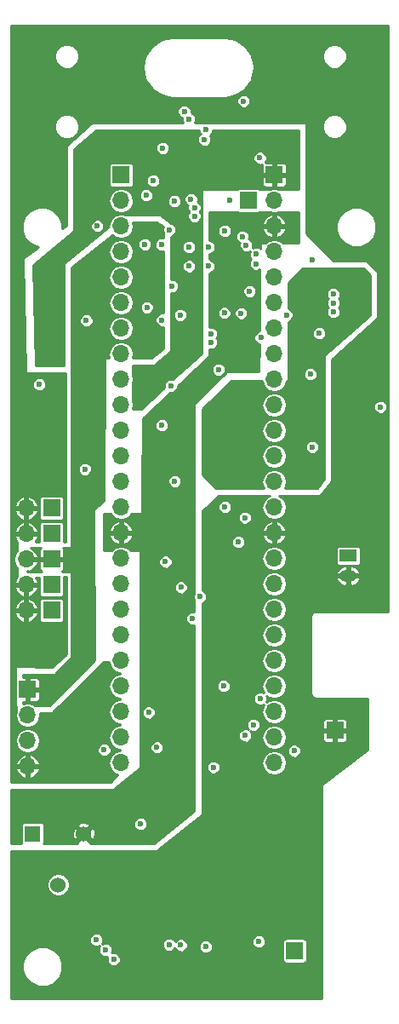
<source format=gbr>
G04 #@! TF.FileFunction,Copper,L3,Inr,Signal*
%FSLAX46Y46*%
G04 Gerber Fmt 4.6, Leading zero omitted, Abs format (unit mm)*
G04 Created by KiCad (PCBNEW 4.0.0-stable) date Friday, August 18, 2017 'PMt' 03:24:48 PM*
%MOMM*%
G01*
G04 APERTURE LIST*
%ADD10C,0.100000*%
%ADD11R,1.700000X1.200000*%
%ADD12O,1.700000X1.200000*%
%ADD13R,1.700000X1.700000*%
%ADD14O,1.700000X1.700000*%
%ADD15R,1.524000X1.524000*%
%ADD16C,1.524000*%
%ADD17C,0.600000*%
%ADD18C,0.254000*%
G04 APERTURE END LIST*
D10*
D11*
X135636000Y-81280000D03*
D12*
X135636000Y-83280000D03*
D13*
X130302000Y-120548400D03*
X103733600Y-94589600D03*
D14*
X103733600Y-97129600D03*
X103733600Y-99669600D03*
X103733600Y-102209600D03*
D13*
X134315200Y-98653600D03*
X113030000Y-43434000D03*
D14*
X113030000Y-45974000D03*
X113030000Y-48514000D03*
X113030000Y-51054000D03*
X113030000Y-53594000D03*
X113030000Y-56134000D03*
X113030000Y-58674000D03*
X113030000Y-61214000D03*
X113030000Y-63754000D03*
X113030000Y-66294000D03*
X113030000Y-68834000D03*
X113030000Y-71374000D03*
X113030000Y-73914000D03*
X113030000Y-76454000D03*
X113030000Y-78994000D03*
X113030000Y-81534000D03*
X113030000Y-84074000D03*
X113030000Y-86614000D03*
X113030000Y-89154000D03*
X113030000Y-91694000D03*
X113030000Y-94234000D03*
X113030000Y-96774000D03*
X113030000Y-99314000D03*
X113030000Y-101854000D03*
D13*
X125730000Y-45974000D03*
X128270000Y-43434000D03*
D14*
X128270000Y-45974000D03*
X128270000Y-48514000D03*
X128270000Y-51054000D03*
X128270000Y-53594000D03*
X128270000Y-56134000D03*
X128270000Y-58674000D03*
X128270000Y-61214000D03*
X128270000Y-63754000D03*
X128270000Y-66294000D03*
X128270000Y-68834000D03*
X128270000Y-71374000D03*
X128270000Y-73914000D03*
X128270000Y-76454000D03*
X128270000Y-78994000D03*
X128270000Y-81534000D03*
X128270000Y-84074000D03*
X128270000Y-86614000D03*
X128270000Y-89154000D03*
X128270000Y-91694000D03*
X128270000Y-94234000D03*
X128270000Y-96774000D03*
X128270000Y-99314000D03*
X128270000Y-101854000D03*
D13*
X106121200Y-76555600D03*
D14*
X103581200Y-76555600D03*
D13*
X106121200Y-79095600D03*
D14*
X103581200Y-79095600D03*
D13*
X106121200Y-81635600D03*
D14*
X103581200Y-81635600D03*
D13*
X106121200Y-84175600D03*
D14*
X103581200Y-84175600D03*
D13*
X106121200Y-86715600D03*
D14*
X103581200Y-86715600D03*
D15*
X104241600Y-108915200D03*
D16*
X109321600Y-108915200D03*
X106781600Y-113995200D03*
D17*
X132219700Y-30073600D03*
X119989600Y-45847000D03*
X132054600Y-70472300D03*
X137845800Y-62801500D03*
X109791500Y-114528600D03*
X116598700Y-100342700D03*
X119801600Y-52512000D03*
X121701600Y-52512000D03*
X121701600Y-50612000D03*
X119801600Y-50612000D03*
X122732800Y-62788800D03*
X109575600Y-57912000D03*
X115595400Y-56603900D03*
X115392200Y-50342800D03*
X105702100Y-30505400D03*
X130632200Y-35902900D03*
X121488200Y-38950900D03*
X123850400Y-45935900D03*
X115531900Y-45466000D03*
X124980700Y-57175400D03*
X128587500Y-106870500D03*
X114960400Y-107950000D03*
X109829600Y-123342400D03*
X118008400Y-123342400D03*
X125476000Y-121310400D03*
X131876800Y-63246000D03*
X135534400Y-64211200D03*
X134162800Y-57048400D03*
X134162800Y-55270400D03*
X134162800Y-56184800D03*
X117983000Y-64389000D03*
X118110000Y-54483000D03*
X124955300Y-56083200D03*
X125526800Y-62699900D03*
X117144800Y-107340400D03*
X116586000Y-103428800D03*
X115582700Y-46545500D03*
X117983000Y-62611000D03*
X115443000Y-63881000D03*
X105664000Y-60198000D03*
X116598700Y-56591200D03*
X116090700Y-48666400D03*
X118338600Y-46050200D03*
X123977400Y-65303400D03*
X133604000Y-54483000D03*
X137261600Y-54356000D03*
X115316000Y-61010800D03*
X108585000Y-58801000D03*
X109423200Y-72694800D03*
X138836400Y-66497200D03*
X121323100Y-39916100D03*
X123342400Y-48996600D03*
X121958100Y-59232800D03*
X104902000Y-64262000D03*
X130251200Y-100685600D03*
X125234700Y-36093400D03*
X132080000Y-51866800D03*
X126847600Y-41757600D03*
X132740400Y-59182000D03*
X126466600Y-51308000D03*
X126898400Y-95478600D03*
X126199900Y-98082100D03*
X125818900Y-54991000D03*
X111480600Y-120459500D03*
X110566200Y-119468900D03*
X110667800Y-48526700D03*
X111353600Y-100584000D03*
X125374400Y-99161600D03*
X126746000Y-119634000D03*
X122212100Y-102311200D03*
X121983500Y-60071000D03*
X117081300Y-68313300D03*
X117106700Y-57848500D03*
X118376700Y-73875900D03*
X118910100Y-57365900D03*
X117805200Y-119938800D03*
X117449600Y-81889600D03*
X118986300Y-84429600D03*
X118973600Y-119989600D03*
X129476500Y-57365900D03*
X126936500Y-59613800D03*
X126453900Y-52260500D03*
X123367800Y-76428600D03*
X123304300Y-57162700D03*
X121462800Y-120142000D03*
X123240800Y-94234000D03*
X112293400Y-121399300D03*
X115773200Y-96875600D03*
X125349000Y-77495400D03*
X125488700Y-50431700D03*
X124701300Y-79921100D03*
X125107700Y-49555400D03*
X120332500Y-47536100D03*
X120891300Y-85356700D03*
X120332500Y-46685200D03*
X120154700Y-87528400D03*
X117843300Y-48882300D03*
X119761000Y-37871400D03*
X117068600Y-50368200D03*
X119316500Y-37122100D03*
X117170200Y-40767000D03*
X116230400Y-44005500D03*
D18*
G36*
X139599600Y-86818400D02*
X132384800Y-86818400D01*
X132210296Y-86853111D01*
X132062359Y-86951959D01*
X131963511Y-87099896D01*
X131928800Y-87274400D01*
X131928800Y-94996000D01*
X131963511Y-95170504D01*
X132062359Y-95318441D01*
X132210296Y-95417289D01*
X132384800Y-95452000D01*
X137541000Y-95452000D01*
X137541000Y-100521886D01*
X133018030Y-104039752D01*
X132985171Y-104077985D01*
X132969000Y-104140000D01*
X132969000Y-125274000D01*
X102056000Y-125274000D01*
X102056000Y-122515516D01*
X103225457Y-122515516D01*
X103526411Y-123243880D01*
X104083189Y-123801631D01*
X104811026Y-124103855D01*
X105599116Y-124104543D01*
X106327480Y-123803589D01*
X106885231Y-123246811D01*
X107187455Y-122518974D01*
X107188143Y-121730884D01*
X106887189Y-121002520D01*
X106330411Y-120444769D01*
X105602574Y-120142545D01*
X104814484Y-120141857D01*
X104086120Y-120442811D01*
X103528369Y-120999589D01*
X103226145Y-121727426D01*
X103225457Y-122515516D01*
X102056000Y-122515516D01*
X102056000Y-119603765D01*
X109885082Y-119603765D01*
X109988539Y-119854152D01*
X110179941Y-120045887D01*
X110430146Y-120149782D01*
X110701065Y-120150018D01*
X110915429Y-120061445D01*
X110903613Y-120073241D01*
X110799718Y-120323446D01*
X110799482Y-120594365D01*
X110902939Y-120844752D01*
X111094341Y-121036487D01*
X111344546Y-121140382D01*
X111615465Y-121140618D01*
X111673373Y-121116691D01*
X111612518Y-121263246D01*
X111612282Y-121534165D01*
X111715739Y-121784552D01*
X111907141Y-121976287D01*
X112157346Y-122080182D01*
X112428265Y-122080418D01*
X112678652Y-121976961D01*
X112870387Y-121785559D01*
X112974282Y-121535354D01*
X112974518Y-121264435D01*
X112871061Y-121014048D01*
X112679659Y-120822313D01*
X112429454Y-120718418D01*
X112158535Y-120718182D01*
X112100627Y-120742109D01*
X112161482Y-120595554D01*
X112161718Y-120324635D01*
X112058261Y-120074248D01*
X112057680Y-120073665D01*
X117124082Y-120073665D01*
X117227539Y-120324052D01*
X117418941Y-120515787D01*
X117669146Y-120619682D01*
X117940065Y-120619918D01*
X118190452Y-120516461D01*
X118377357Y-120329880D01*
X118395939Y-120374852D01*
X118587341Y-120566587D01*
X118837546Y-120670482D01*
X119108465Y-120670718D01*
X119358852Y-120567261D01*
X119550587Y-120375859D01*
X119591693Y-120276865D01*
X120781682Y-120276865D01*
X120885139Y-120527252D01*
X121076541Y-120718987D01*
X121326746Y-120822882D01*
X121597665Y-120823118D01*
X121848052Y-120719661D01*
X122039787Y-120528259D01*
X122143682Y-120278054D01*
X122143918Y-120007135D01*
X122045468Y-119768865D01*
X126064882Y-119768865D01*
X126168339Y-120019252D01*
X126359741Y-120210987D01*
X126609946Y-120314882D01*
X126880865Y-120315118D01*
X127131252Y-120211661D01*
X127322987Y-120020259D01*
X127426882Y-119770054D01*
X127426944Y-119698400D01*
X129063536Y-119698400D01*
X129063536Y-121398400D01*
X129090103Y-121539590D01*
X129173546Y-121669265D01*
X129300866Y-121756259D01*
X129452000Y-121786864D01*
X131152000Y-121786864D01*
X131293190Y-121760297D01*
X131422865Y-121676854D01*
X131509859Y-121549534D01*
X131540464Y-121398400D01*
X131540464Y-119698400D01*
X131513897Y-119557210D01*
X131430454Y-119427535D01*
X131303134Y-119340541D01*
X131152000Y-119309936D01*
X129452000Y-119309936D01*
X129310810Y-119336503D01*
X129181135Y-119419946D01*
X129094141Y-119547266D01*
X129063536Y-119698400D01*
X127426944Y-119698400D01*
X127427118Y-119499135D01*
X127323661Y-119248748D01*
X127132259Y-119057013D01*
X126882054Y-118953118D01*
X126611135Y-118952882D01*
X126360748Y-119056339D01*
X126169013Y-119247741D01*
X126065118Y-119497946D01*
X126064882Y-119768865D01*
X122045468Y-119768865D01*
X122040461Y-119756748D01*
X121849059Y-119565013D01*
X121598854Y-119461118D01*
X121327935Y-119460882D01*
X121077548Y-119564339D01*
X120885813Y-119755741D01*
X120781918Y-120005946D01*
X120781682Y-120276865D01*
X119591693Y-120276865D01*
X119654482Y-120125654D01*
X119654718Y-119854735D01*
X119551261Y-119604348D01*
X119359859Y-119412613D01*
X119109654Y-119308718D01*
X118838735Y-119308482D01*
X118588348Y-119411939D01*
X118401443Y-119598520D01*
X118382861Y-119553548D01*
X118191459Y-119361813D01*
X117941254Y-119257918D01*
X117670335Y-119257682D01*
X117419948Y-119361139D01*
X117228213Y-119552541D01*
X117124318Y-119802746D01*
X117124082Y-120073665D01*
X112057680Y-120073665D01*
X111866859Y-119882513D01*
X111616654Y-119778618D01*
X111345735Y-119778382D01*
X111131371Y-119866955D01*
X111143187Y-119855159D01*
X111247082Y-119604954D01*
X111247318Y-119334035D01*
X111143861Y-119083648D01*
X110952459Y-118891913D01*
X110702254Y-118788018D01*
X110431335Y-118787782D01*
X110180948Y-118891239D01*
X109989213Y-119082641D01*
X109885318Y-119332846D01*
X109885082Y-119603765D01*
X102056000Y-119603765D01*
X102056000Y-114221559D01*
X105638402Y-114221559D01*
X105812046Y-114641812D01*
X106133297Y-114963623D01*
X106553246Y-115138001D01*
X107007959Y-115138398D01*
X107428212Y-114964754D01*
X107750023Y-114643503D01*
X107924401Y-114223554D01*
X107924798Y-113768841D01*
X107751154Y-113348588D01*
X107429903Y-113026777D01*
X107009954Y-112852399D01*
X106555241Y-112852002D01*
X106134988Y-113025646D01*
X105813177Y-113346897D01*
X105638799Y-113766846D01*
X105638402Y-114221559D01*
X102056000Y-114221559D01*
X102056000Y-110617000D01*
X116586000Y-110617000D01*
X116635410Y-110606994D01*
X116665336Y-110589170D01*
X121110336Y-107033170D01*
X121142669Y-106994491D01*
X121158000Y-106934000D01*
X121158000Y-102446065D01*
X121530982Y-102446065D01*
X121634439Y-102696452D01*
X121825841Y-102888187D01*
X122076046Y-102992082D01*
X122346965Y-102992318D01*
X122597352Y-102888861D01*
X122789087Y-102697459D01*
X122892982Y-102447254D01*
X122893218Y-102176335D01*
X122789761Y-101925948D01*
X122717938Y-101854000D01*
X127014883Y-101854000D01*
X127108587Y-102325083D01*
X127375435Y-102724448D01*
X127774800Y-102991296D01*
X128245883Y-103085000D01*
X128294117Y-103085000D01*
X128765200Y-102991296D01*
X129164565Y-102724448D01*
X129431413Y-102325083D01*
X129525117Y-101854000D01*
X129431413Y-101382917D01*
X129164565Y-100983552D01*
X128920489Y-100820465D01*
X129570082Y-100820465D01*
X129673539Y-101070852D01*
X129864941Y-101262587D01*
X130115146Y-101366482D01*
X130386065Y-101366718D01*
X130636452Y-101263261D01*
X130828187Y-101071859D01*
X130932082Y-100821654D01*
X130932318Y-100550735D01*
X130828861Y-100300348D01*
X130637459Y-100108613D01*
X130387254Y-100004718D01*
X130116335Y-100004482D01*
X129865948Y-100107939D01*
X129674213Y-100299341D01*
X129570318Y-100549546D01*
X129570082Y-100820465D01*
X128920489Y-100820465D01*
X128765200Y-100716704D01*
X128294117Y-100623000D01*
X128245883Y-100623000D01*
X127774800Y-100716704D01*
X127375435Y-100983552D01*
X127108587Y-101382917D01*
X127014883Y-101854000D01*
X122717938Y-101854000D01*
X122598359Y-101734213D01*
X122348154Y-101630318D01*
X122077235Y-101630082D01*
X121826848Y-101733539D01*
X121635113Y-101924941D01*
X121531218Y-102175146D01*
X121530982Y-102446065D01*
X121158000Y-102446065D01*
X121158000Y-99296465D01*
X124693282Y-99296465D01*
X124796739Y-99546852D01*
X124988141Y-99738587D01*
X125238346Y-99842482D01*
X125509265Y-99842718D01*
X125759652Y-99739261D01*
X125951387Y-99547859D01*
X126048494Y-99314000D01*
X127014883Y-99314000D01*
X127108587Y-99785083D01*
X127375435Y-100184448D01*
X127774800Y-100451296D01*
X128245883Y-100545000D01*
X128294117Y-100545000D01*
X128765200Y-100451296D01*
X129164565Y-100184448D01*
X129431413Y-99785083D01*
X129525117Y-99314000D01*
X129437964Y-98875850D01*
X133084200Y-98875850D01*
X133084200Y-99579385D01*
X133142204Y-99719419D01*
X133249380Y-99826596D01*
X133389414Y-99884600D01*
X134092950Y-99884600D01*
X134188200Y-99789350D01*
X134188200Y-98780600D01*
X134442200Y-98780600D01*
X134442200Y-99789350D01*
X134537450Y-99884600D01*
X135240986Y-99884600D01*
X135381020Y-99826596D01*
X135488196Y-99719419D01*
X135546200Y-99579385D01*
X135546200Y-98875850D01*
X135450950Y-98780600D01*
X134442200Y-98780600D01*
X134188200Y-98780600D01*
X133179450Y-98780600D01*
X133084200Y-98875850D01*
X129437964Y-98875850D01*
X129431413Y-98842917D01*
X129164565Y-98443552D01*
X128765200Y-98176704D01*
X128294117Y-98083000D01*
X128245883Y-98083000D01*
X127774800Y-98176704D01*
X127375435Y-98443552D01*
X127108587Y-98842917D01*
X127014883Y-99314000D01*
X126048494Y-99314000D01*
X126055282Y-99297654D01*
X126055518Y-99026735D01*
X125952061Y-98776348D01*
X125850128Y-98674238D01*
X126063846Y-98762982D01*
X126334765Y-98763218D01*
X126585152Y-98659761D01*
X126776887Y-98468359D01*
X126880782Y-98218154D01*
X126881018Y-97947235D01*
X126777561Y-97696848D01*
X126586159Y-97505113D01*
X126335954Y-97401218D01*
X126065035Y-97400982D01*
X125814648Y-97504439D01*
X125622913Y-97695841D01*
X125519018Y-97946046D01*
X125518782Y-98216965D01*
X125622239Y-98467352D01*
X125724172Y-98569462D01*
X125510454Y-98480718D01*
X125239535Y-98480482D01*
X124989148Y-98583939D01*
X124797413Y-98775341D01*
X124693518Y-99025546D01*
X124693282Y-99296465D01*
X121158000Y-99296465D01*
X121158000Y-95613465D01*
X126217282Y-95613465D01*
X126320739Y-95863852D01*
X126512141Y-96055587D01*
X126762346Y-96159482D01*
X127033265Y-96159718D01*
X127269487Y-96062114D01*
X127108587Y-96302917D01*
X127014883Y-96774000D01*
X127108587Y-97245083D01*
X127375435Y-97644448D01*
X127774800Y-97911296D01*
X128245883Y-98005000D01*
X128294117Y-98005000D01*
X128765200Y-97911296D01*
X129039797Y-97727815D01*
X133084200Y-97727815D01*
X133084200Y-98431350D01*
X133179450Y-98526600D01*
X134188200Y-98526600D01*
X134188200Y-97517850D01*
X134442200Y-97517850D01*
X134442200Y-98526600D01*
X135450950Y-98526600D01*
X135546200Y-98431350D01*
X135546200Y-97727815D01*
X135488196Y-97587781D01*
X135381020Y-97480604D01*
X135240986Y-97422600D01*
X134537450Y-97422600D01*
X134442200Y-97517850D01*
X134188200Y-97517850D01*
X134092950Y-97422600D01*
X133389414Y-97422600D01*
X133249380Y-97480604D01*
X133142204Y-97587781D01*
X133084200Y-97727815D01*
X129039797Y-97727815D01*
X129164565Y-97644448D01*
X129431413Y-97245083D01*
X129525117Y-96774000D01*
X129431413Y-96302917D01*
X129164565Y-95903552D01*
X128765200Y-95636704D01*
X128294117Y-95543000D01*
X128245883Y-95543000D01*
X127774800Y-95636704D01*
X127491532Y-95825978D01*
X127579282Y-95614654D01*
X127579518Y-95343735D01*
X127520773Y-95201560D01*
X127774800Y-95371296D01*
X128245883Y-95465000D01*
X128294117Y-95465000D01*
X128765200Y-95371296D01*
X129164565Y-95104448D01*
X129431413Y-94705083D01*
X129525117Y-94234000D01*
X129431413Y-93762917D01*
X129164565Y-93363552D01*
X128765200Y-93096704D01*
X128294117Y-93003000D01*
X128245883Y-93003000D01*
X127774800Y-93096704D01*
X127375435Y-93363552D01*
X127108587Y-93762917D01*
X127014883Y-94234000D01*
X127108587Y-94705083D01*
X127222719Y-94875893D01*
X127034454Y-94797718D01*
X126763535Y-94797482D01*
X126513148Y-94900939D01*
X126321413Y-95092341D01*
X126217518Y-95342546D01*
X126217282Y-95613465D01*
X121158000Y-95613465D01*
X121158000Y-94368865D01*
X122559682Y-94368865D01*
X122663139Y-94619252D01*
X122854541Y-94810987D01*
X123104746Y-94914882D01*
X123375665Y-94915118D01*
X123626052Y-94811661D01*
X123817787Y-94620259D01*
X123921682Y-94370054D01*
X123921918Y-94099135D01*
X123818461Y-93848748D01*
X123627059Y-93657013D01*
X123376854Y-93553118D01*
X123105935Y-93552882D01*
X122855548Y-93656339D01*
X122663813Y-93847741D01*
X122559918Y-94097946D01*
X122559682Y-94368865D01*
X121158000Y-94368865D01*
X121158000Y-91694000D01*
X127014883Y-91694000D01*
X127108587Y-92165083D01*
X127375435Y-92564448D01*
X127774800Y-92831296D01*
X128245883Y-92925000D01*
X128294117Y-92925000D01*
X128765200Y-92831296D01*
X129164565Y-92564448D01*
X129431413Y-92165083D01*
X129525117Y-91694000D01*
X129431413Y-91222917D01*
X129164565Y-90823552D01*
X128765200Y-90556704D01*
X128294117Y-90463000D01*
X128245883Y-90463000D01*
X127774800Y-90556704D01*
X127375435Y-90823552D01*
X127108587Y-91222917D01*
X127014883Y-91694000D01*
X121158000Y-91694000D01*
X121158000Y-89154000D01*
X127014883Y-89154000D01*
X127108587Y-89625083D01*
X127375435Y-90024448D01*
X127774800Y-90291296D01*
X128245883Y-90385000D01*
X128294117Y-90385000D01*
X128765200Y-90291296D01*
X129164565Y-90024448D01*
X129431413Y-89625083D01*
X129525117Y-89154000D01*
X129431413Y-88682917D01*
X129164565Y-88283552D01*
X128765200Y-88016704D01*
X128294117Y-87923000D01*
X128245883Y-87923000D01*
X127774800Y-88016704D01*
X127375435Y-88283552D01*
X127108587Y-88682917D01*
X127014883Y-89154000D01*
X121158000Y-89154000D01*
X121158000Y-86614000D01*
X127014883Y-86614000D01*
X127108587Y-87085083D01*
X127375435Y-87484448D01*
X127774800Y-87751296D01*
X128245883Y-87845000D01*
X128294117Y-87845000D01*
X128765200Y-87751296D01*
X129164565Y-87484448D01*
X129431413Y-87085083D01*
X129525117Y-86614000D01*
X129431413Y-86142917D01*
X129164565Y-85743552D01*
X128765200Y-85476704D01*
X128294117Y-85383000D01*
X128245883Y-85383000D01*
X127774800Y-85476704D01*
X127375435Y-85743552D01*
X127108587Y-86142917D01*
X127014883Y-86614000D01*
X121158000Y-86614000D01*
X121158000Y-85983345D01*
X121276552Y-85934361D01*
X121468287Y-85742959D01*
X121572182Y-85492754D01*
X121572418Y-85221835D01*
X121468961Y-84971448D01*
X121277559Y-84779713D01*
X121158000Y-84730067D01*
X121158000Y-84074000D01*
X127014883Y-84074000D01*
X127108587Y-84545083D01*
X127375435Y-84944448D01*
X127774800Y-85211296D01*
X128245883Y-85305000D01*
X128294117Y-85305000D01*
X128765200Y-85211296D01*
X129164565Y-84944448D01*
X129431413Y-84545083D01*
X129525117Y-84074000D01*
X129431413Y-83602917D01*
X129401138Y-83557607D01*
X134445098Y-83557607D01*
X134453122Y-83630460D01*
X134658248Y-83960780D01*
X134974168Y-84187457D01*
X135352785Y-84275982D01*
X135509000Y-84173666D01*
X135509000Y-83407000D01*
X135763000Y-83407000D01*
X135763000Y-84173666D01*
X135919215Y-84275982D01*
X136297832Y-84187457D01*
X136613752Y-83960780D01*
X136818878Y-83630460D01*
X136826902Y-83557607D01*
X136762598Y-83407000D01*
X135763000Y-83407000D01*
X135509000Y-83407000D01*
X134509402Y-83407000D01*
X134445098Y-83557607D01*
X129401138Y-83557607D01*
X129164565Y-83203552D01*
X128863511Y-83002393D01*
X134445098Y-83002393D01*
X134509402Y-83153000D01*
X135509000Y-83153000D01*
X135509000Y-82386334D01*
X135763000Y-82386334D01*
X135763000Y-83153000D01*
X136762598Y-83153000D01*
X136826902Y-83002393D01*
X136818878Y-82929540D01*
X136613752Y-82599220D01*
X136297832Y-82372543D01*
X135919215Y-82284018D01*
X135763000Y-82386334D01*
X135509000Y-82386334D01*
X135352785Y-82284018D01*
X134974168Y-82372543D01*
X134658248Y-82599220D01*
X134453122Y-82929540D01*
X134445098Y-83002393D01*
X128863511Y-83002393D01*
X128765200Y-82936704D01*
X128294117Y-82843000D01*
X128245883Y-82843000D01*
X127774800Y-82936704D01*
X127375435Y-83203552D01*
X127108587Y-83602917D01*
X127014883Y-84074000D01*
X121158000Y-84074000D01*
X121158000Y-81534000D01*
X127014883Y-81534000D01*
X127108587Y-82005083D01*
X127375435Y-82404448D01*
X127774800Y-82671296D01*
X128245883Y-82765000D01*
X128294117Y-82765000D01*
X128765200Y-82671296D01*
X129164565Y-82404448D01*
X129431413Y-82005083D01*
X129525117Y-81534000D01*
X129431413Y-81062917D01*
X129175556Y-80680000D01*
X134397536Y-80680000D01*
X134397536Y-81880000D01*
X134424103Y-82021190D01*
X134507546Y-82150865D01*
X134634866Y-82237859D01*
X134786000Y-82268464D01*
X136486000Y-82268464D01*
X136627190Y-82241897D01*
X136756865Y-82158454D01*
X136843859Y-82031134D01*
X136874464Y-81880000D01*
X136874464Y-80680000D01*
X136847897Y-80538810D01*
X136764454Y-80409135D01*
X136637134Y-80322141D01*
X136486000Y-80291536D01*
X134786000Y-80291536D01*
X134644810Y-80318103D01*
X134515135Y-80401546D01*
X134428141Y-80528866D01*
X134397536Y-80680000D01*
X129175556Y-80680000D01*
X129164565Y-80663552D01*
X128765200Y-80396704D01*
X128294117Y-80303000D01*
X128245883Y-80303000D01*
X127774800Y-80396704D01*
X127375435Y-80663552D01*
X127108587Y-81062917D01*
X127014883Y-81534000D01*
X121158000Y-81534000D01*
X121158000Y-80055965D01*
X124020182Y-80055965D01*
X124123639Y-80306352D01*
X124315041Y-80498087D01*
X124565246Y-80601982D01*
X124836165Y-80602218D01*
X125086552Y-80498761D01*
X125278287Y-80307359D01*
X125382182Y-80057154D01*
X125382418Y-79786235D01*
X125278961Y-79535848D01*
X125087559Y-79344113D01*
X125007767Y-79310980D01*
X127080511Y-79310980D01*
X127204755Y-79610964D01*
X127521944Y-79971652D01*
X127953018Y-80183501D01*
X128143000Y-80123193D01*
X128143000Y-79121000D01*
X128397000Y-79121000D01*
X128397000Y-80123193D01*
X128586982Y-80183501D01*
X129018056Y-79971652D01*
X129335245Y-79610964D01*
X129459489Y-79310980D01*
X129398627Y-79121000D01*
X128397000Y-79121000D01*
X128143000Y-79121000D01*
X127141373Y-79121000D01*
X127080511Y-79310980D01*
X125007767Y-79310980D01*
X124837354Y-79240218D01*
X124566435Y-79239982D01*
X124316048Y-79343439D01*
X124124313Y-79534841D01*
X124020418Y-79785046D01*
X124020182Y-80055965D01*
X121158000Y-80055965D01*
X121158000Y-78677020D01*
X127080511Y-78677020D01*
X127141373Y-78867000D01*
X128143000Y-78867000D01*
X128143000Y-77864807D01*
X128397000Y-77864807D01*
X128397000Y-78867000D01*
X129398627Y-78867000D01*
X129459489Y-78677020D01*
X129335245Y-78377036D01*
X129018056Y-78016348D01*
X128586982Y-77804499D01*
X128397000Y-77864807D01*
X128143000Y-77864807D01*
X127953018Y-77804499D01*
X127521944Y-78016348D01*
X127204755Y-78377036D01*
X127080511Y-78677020D01*
X121158000Y-78677020D01*
X121158000Y-77630265D01*
X124667882Y-77630265D01*
X124771339Y-77880652D01*
X124962741Y-78072387D01*
X125212946Y-78176282D01*
X125483865Y-78176518D01*
X125734252Y-78073061D01*
X125925987Y-77881659D01*
X126029882Y-77631454D01*
X126030118Y-77360535D01*
X125926661Y-77110148D01*
X125735259Y-76918413D01*
X125485054Y-76814518D01*
X125214135Y-76814282D01*
X124963748Y-76917739D01*
X124772013Y-77109141D01*
X124668118Y-77359346D01*
X124667882Y-77630265D01*
X121158000Y-77630265D01*
X121158000Y-76763605D01*
X121374818Y-76563465D01*
X122686682Y-76563465D01*
X122790139Y-76813852D01*
X122981541Y-77005587D01*
X123231746Y-77109482D01*
X123502665Y-77109718D01*
X123753052Y-77006261D01*
X123944787Y-76814859D01*
X124048682Y-76564654D01*
X124048918Y-76293735D01*
X123945461Y-76043348D01*
X123754059Y-75851613D01*
X123503854Y-75747718D01*
X123232935Y-75747482D01*
X122982548Y-75850939D01*
X122790813Y-76042341D01*
X122686918Y-76292546D01*
X122686682Y-76563465D01*
X121374818Y-76563465D01*
X122731655Y-75311000D01*
X127803476Y-75311000D01*
X127774800Y-75316704D01*
X127375435Y-75583552D01*
X127108587Y-75982917D01*
X127014883Y-76454000D01*
X127108587Y-76925083D01*
X127375435Y-77324448D01*
X127774800Y-77591296D01*
X128245883Y-77685000D01*
X128294117Y-77685000D01*
X128765200Y-77591296D01*
X129164565Y-77324448D01*
X129431413Y-76925083D01*
X129525117Y-76454000D01*
X129431413Y-75982917D01*
X129164565Y-75583552D01*
X128765200Y-75316704D01*
X128736524Y-75311000D01*
X132842000Y-75311000D01*
X132891410Y-75300994D01*
X132941170Y-75263336D01*
X133957170Y-73993336D01*
X133980223Y-73948503D01*
X133985000Y-73914000D01*
X133985000Y-66632065D01*
X138155282Y-66632065D01*
X138258739Y-66882452D01*
X138450141Y-67074187D01*
X138700346Y-67178082D01*
X138971265Y-67178318D01*
X139221652Y-67074861D01*
X139413387Y-66883459D01*
X139517282Y-66633254D01*
X139517518Y-66362335D01*
X139414061Y-66111948D01*
X139222659Y-65920213D01*
X138972454Y-65816318D01*
X138701535Y-65816082D01*
X138451148Y-65919539D01*
X138259413Y-66110941D01*
X138155518Y-66361146D01*
X138155282Y-66632065D01*
X133985000Y-66632065D01*
X133985000Y-61779031D01*
X138514374Y-57752921D01*
X138544656Y-57712616D01*
X138557000Y-57658000D01*
X138557000Y-53086000D01*
X138546994Y-53036590D01*
X138519803Y-52996197D01*
X137503803Y-51980197D01*
X137461789Y-51952334D01*
X137414000Y-51943000D01*
X134164606Y-51943000D01*
X131445000Y-49223394D01*
X131445000Y-49007916D01*
X134467457Y-49007916D01*
X134768411Y-49736280D01*
X135325189Y-50294031D01*
X136053026Y-50596255D01*
X136841116Y-50596943D01*
X137569480Y-50295989D01*
X138127231Y-49739211D01*
X138429455Y-49011374D01*
X138430143Y-48223284D01*
X138129189Y-47494920D01*
X137572411Y-46937169D01*
X136844574Y-46634945D01*
X136056484Y-46634257D01*
X135328120Y-46935211D01*
X134770369Y-47491989D01*
X134468145Y-48219826D01*
X134467457Y-49007916D01*
X131445000Y-49007916D01*
X131445000Y-38892187D01*
X133033187Y-38892187D01*
X133220200Y-39344795D01*
X133566184Y-39691383D01*
X134018465Y-39879186D01*
X134508187Y-39879613D01*
X134960795Y-39692600D01*
X135307383Y-39346616D01*
X135495186Y-38894335D01*
X135495613Y-38404613D01*
X135308600Y-37952005D01*
X134962616Y-37605417D01*
X134510335Y-37417614D01*
X134020613Y-37417187D01*
X133568005Y-37604200D01*
X133221417Y-37950184D01*
X133033614Y-38402465D01*
X133033187Y-38892187D01*
X131445000Y-38892187D01*
X131445000Y-38354000D01*
X131434994Y-38304590D01*
X131406553Y-38262965D01*
X131364159Y-38235685D01*
X131318000Y-38227000D01*
X120350718Y-38227000D01*
X120441882Y-38007454D01*
X120442118Y-37736535D01*
X120338661Y-37486148D01*
X120147259Y-37294413D01*
X119997405Y-37232188D01*
X119997618Y-36987235D01*
X119894161Y-36736848D01*
X119702759Y-36545113D01*
X119452554Y-36441218D01*
X119181635Y-36440982D01*
X118931248Y-36544439D01*
X118739513Y-36735841D01*
X118635618Y-36986046D01*
X118635382Y-37256965D01*
X118738839Y-37507352D01*
X118930241Y-37699087D01*
X119080095Y-37761312D01*
X119079882Y-38006265D01*
X119171087Y-38227000D01*
X110236000Y-38227000D01*
X110186590Y-38237006D01*
X110151041Y-38259602D01*
X107611041Y-40545602D01*
X107581009Y-40586093D01*
X107569000Y-40640000D01*
X107569000Y-48451241D01*
X107136856Y-48781704D01*
X107137343Y-48223284D01*
X106836389Y-47494920D01*
X106279611Y-46937169D01*
X105551774Y-46634945D01*
X104763684Y-46634257D01*
X104035320Y-46935211D01*
X103477569Y-47491989D01*
X103175345Y-48219826D01*
X103174657Y-49007916D01*
X103475611Y-49736280D01*
X104032389Y-50294031D01*
X104760226Y-50596255D01*
X104763977Y-50596258D01*
X103300854Y-51715117D01*
X103267683Y-51753079D01*
X103251033Y-51818886D01*
X103505033Y-62994886D01*
X103516159Y-63044056D01*
X103545538Y-63085023D01*
X103588541Y-63111333D01*
X103630802Y-63118994D01*
X107543600Y-63155907D01*
X107543600Y-79920099D01*
X107359664Y-79918654D01*
X107359664Y-78245600D01*
X107333097Y-78104410D01*
X107249654Y-77974735D01*
X107122334Y-77887741D01*
X106971200Y-77857136D01*
X105271200Y-77857136D01*
X105130010Y-77883703D01*
X105000335Y-77967146D01*
X104913341Y-78094466D01*
X104882736Y-78245600D01*
X104882736Y-79899202D01*
X104499114Y-79896189D01*
X104558852Y-79843656D01*
X104770701Y-79412582D01*
X104710393Y-79222600D01*
X103708200Y-79222600D01*
X103708200Y-79242600D01*
X103454200Y-79242600D01*
X103454200Y-79222600D01*
X102452007Y-79222600D01*
X102391699Y-79412582D01*
X102603548Y-79843656D01*
X102715102Y-79941756D01*
X102701252Y-79962913D01*
X102692200Y-80010000D01*
X102692200Y-80768800D01*
X102443904Y-81140400D01*
X102350200Y-81611483D01*
X102350200Y-81659717D01*
X102443904Y-82130800D01*
X102692200Y-82502400D01*
X102692200Y-83312000D01*
X102698660Y-83343902D01*
X102603548Y-83427544D01*
X102391699Y-83858618D01*
X102452007Y-84048600D01*
X103454200Y-84048600D01*
X103454200Y-84028600D01*
X103708200Y-84028600D01*
X103708200Y-84048600D01*
X104710393Y-84048600D01*
X104770701Y-83858618D01*
X104558852Y-83427544D01*
X104556410Y-83425397D01*
X104882736Y-83422841D01*
X104882736Y-85025600D01*
X104909303Y-85166790D01*
X104992746Y-85296465D01*
X105120066Y-85383459D01*
X105271200Y-85414064D01*
X106971200Y-85414064D01*
X107112390Y-85387497D01*
X107242065Y-85304054D01*
X107329059Y-85176734D01*
X107359664Y-85025600D01*
X107359664Y-83403439D01*
X107556300Y-83401899D01*
X107556300Y-91089858D01*
X106125264Y-92328486D01*
X102655475Y-92290907D01*
X102605960Y-92300378D01*
X102564030Y-92328366D01*
X102536292Y-92370462D01*
X102527102Y-92418647D01*
X102533913Y-93576506D01*
X102525741Y-93588466D01*
X102495136Y-93739600D01*
X102495136Y-95439600D01*
X102521703Y-95580790D01*
X102545924Y-95618431D01*
X102552502Y-96736647D01*
X102554623Y-96746815D01*
X102478483Y-97129600D01*
X102572187Y-97600683D01*
X102839035Y-98000048D01*
X103238400Y-98266896D01*
X103709483Y-98360600D01*
X103757717Y-98360600D01*
X104228800Y-98266896D01*
X104628165Y-98000048D01*
X104895013Y-97600683D01*
X104988717Y-97129600D01*
X104940575Y-96887573D01*
X106170615Y-96900992D01*
X106220131Y-96891526D01*
X106261803Y-96863803D01*
X111304606Y-91821000D01*
X111800145Y-91821000D01*
X111868587Y-92165083D01*
X112135435Y-92564448D01*
X112534800Y-92831296D01*
X112903000Y-92904535D01*
X112903000Y-93023465D01*
X112534800Y-93096704D01*
X112135435Y-93363552D01*
X111868587Y-93762917D01*
X111774883Y-94234000D01*
X111868587Y-94705083D01*
X112135435Y-95104448D01*
X112534800Y-95371296D01*
X112903000Y-95444535D01*
X112903000Y-95563465D01*
X112534800Y-95636704D01*
X112135435Y-95903552D01*
X111868587Y-96302917D01*
X111774883Y-96774000D01*
X111868587Y-97245083D01*
X112135435Y-97644448D01*
X112534800Y-97911296D01*
X112903000Y-97984535D01*
X112903000Y-98103465D01*
X112534800Y-98176704D01*
X112135435Y-98443552D01*
X111868587Y-98842917D01*
X111774883Y-99314000D01*
X111868587Y-99785083D01*
X112135435Y-100184448D01*
X112534800Y-100451296D01*
X112903000Y-100524535D01*
X112903000Y-100643465D01*
X112534800Y-100716704D01*
X112135435Y-100983552D01*
X111868587Y-101382917D01*
X111774883Y-101854000D01*
X111868587Y-102325083D01*
X112135435Y-102724448D01*
X112534800Y-102991296D01*
X112696862Y-103023532D01*
X111961394Y-103759000D01*
X102056000Y-103759000D01*
X102056000Y-102526580D01*
X102544111Y-102526580D01*
X102668355Y-102826564D01*
X102985544Y-103187252D01*
X103416618Y-103399101D01*
X103606600Y-103338793D01*
X103606600Y-102336600D01*
X103860600Y-102336600D01*
X103860600Y-103338793D01*
X104050582Y-103399101D01*
X104481656Y-103187252D01*
X104798845Y-102826564D01*
X104923089Y-102526580D01*
X104862227Y-102336600D01*
X103860600Y-102336600D01*
X103606600Y-102336600D01*
X102604973Y-102336600D01*
X102544111Y-102526580D01*
X102056000Y-102526580D01*
X102056000Y-101892620D01*
X102544111Y-101892620D01*
X102604973Y-102082600D01*
X103606600Y-102082600D01*
X103606600Y-101080407D01*
X103860600Y-101080407D01*
X103860600Y-102082600D01*
X104862227Y-102082600D01*
X104923089Y-101892620D01*
X104798845Y-101592636D01*
X104481656Y-101231948D01*
X104050582Y-101020099D01*
X103860600Y-101080407D01*
X103606600Y-101080407D01*
X103416618Y-101020099D01*
X102985544Y-101231948D01*
X102668355Y-101592636D01*
X102544111Y-101892620D01*
X102056000Y-101892620D01*
X102056000Y-99669600D01*
X102478483Y-99669600D01*
X102572187Y-100140683D01*
X102839035Y-100540048D01*
X103238400Y-100806896D01*
X103709483Y-100900600D01*
X103757717Y-100900600D01*
X104228800Y-100806896D01*
X104360547Y-100718865D01*
X110672482Y-100718865D01*
X110775939Y-100969252D01*
X110967341Y-101160987D01*
X111217546Y-101264882D01*
X111488465Y-101265118D01*
X111738852Y-101161661D01*
X111930587Y-100970259D01*
X112034482Y-100720054D01*
X112034718Y-100449135D01*
X111931261Y-100198748D01*
X111739859Y-100007013D01*
X111489654Y-99903118D01*
X111218735Y-99902882D01*
X110968348Y-100006339D01*
X110776613Y-100197741D01*
X110672718Y-100447946D01*
X110672482Y-100718865D01*
X104360547Y-100718865D01*
X104628165Y-100540048D01*
X104895013Y-100140683D01*
X104988717Y-99669600D01*
X104895013Y-99198517D01*
X104628165Y-98799152D01*
X104228800Y-98532304D01*
X103757717Y-98438600D01*
X103709483Y-98438600D01*
X103238400Y-98532304D01*
X102839035Y-98799152D01*
X102572187Y-99198517D01*
X102478483Y-99669600D01*
X102056000Y-99669600D01*
X102056000Y-87032582D01*
X102391699Y-87032582D01*
X102603548Y-87463656D01*
X102964236Y-87780845D01*
X103264220Y-87905089D01*
X103454200Y-87844227D01*
X103454200Y-86842600D01*
X103708200Y-86842600D01*
X103708200Y-87844227D01*
X103898180Y-87905089D01*
X104198164Y-87780845D01*
X104558852Y-87463656D01*
X104770701Y-87032582D01*
X104710393Y-86842600D01*
X103708200Y-86842600D01*
X103454200Y-86842600D01*
X102452007Y-86842600D01*
X102391699Y-87032582D01*
X102056000Y-87032582D01*
X102056000Y-86398618D01*
X102391699Y-86398618D01*
X102452007Y-86588600D01*
X103454200Y-86588600D01*
X103454200Y-85586973D01*
X103708200Y-85586973D01*
X103708200Y-86588600D01*
X104710393Y-86588600D01*
X104770701Y-86398618D01*
X104558852Y-85967544D01*
X104442928Y-85865600D01*
X104882736Y-85865600D01*
X104882736Y-87565600D01*
X104909303Y-87706790D01*
X104992746Y-87836465D01*
X105120066Y-87923459D01*
X105271200Y-87954064D01*
X106971200Y-87954064D01*
X107112390Y-87927497D01*
X107242065Y-87844054D01*
X107329059Y-87716734D01*
X107359664Y-87565600D01*
X107359664Y-85865600D01*
X107333097Y-85724410D01*
X107249654Y-85594735D01*
X107122334Y-85507741D01*
X106971200Y-85477136D01*
X105271200Y-85477136D01*
X105130010Y-85503703D01*
X105000335Y-85587146D01*
X104913341Y-85714466D01*
X104882736Y-85865600D01*
X104442928Y-85865600D01*
X104198164Y-85650355D01*
X103898180Y-85526111D01*
X103708200Y-85586973D01*
X103454200Y-85586973D01*
X103264220Y-85526111D01*
X102964236Y-85650355D01*
X102603548Y-85967544D01*
X102391699Y-86398618D01*
X102056000Y-86398618D01*
X102056000Y-84492582D01*
X102391699Y-84492582D01*
X102603548Y-84923656D01*
X102964236Y-85240845D01*
X103264220Y-85365089D01*
X103454200Y-85304227D01*
X103454200Y-84302600D01*
X103708200Y-84302600D01*
X103708200Y-85304227D01*
X103898180Y-85365089D01*
X104198164Y-85240845D01*
X104558852Y-84923656D01*
X104770701Y-84492582D01*
X104710393Y-84302600D01*
X103708200Y-84302600D01*
X103454200Y-84302600D01*
X102452007Y-84302600D01*
X102391699Y-84492582D01*
X102056000Y-84492582D01*
X102056000Y-78778618D01*
X102391699Y-78778618D01*
X102452007Y-78968600D01*
X103454200Y-78968600D01*
X103454200Y-77966973D01*
X103708200Y-77966973D01*
X103708200Y-78968600D01*
X104710393Y-78968600D01*
X104770701Y-78778618D01*
X104558852Y-78347544D01*
X104198164Y-78030355D01*
X103898180Y-77906111D01*
X103708200Y-77966973D01*
X103454200Y-77966973D01*
X103264220Y-77906111D01*
X102964236Y-78030355D01*
X102603548Y-78347544D01*
X102391699Y-78778618D01*
X102056000Y-78778618D01*
X102056000Y-76872582D01*
X102391699Y-76872582D01*
X102603548Y-77303656D01*
X102964236Y-77620845D01*
X103264220Y-77745089D01*
X103454200Y-77684227D01*
X103454200Y-76682600D01*
X103708200Y-76682600D01*
X103708200Y-77684227D01*
X103898180Y-77745089D01*
X104198164Y-77620845D01*
X104558852Y-77303656D01*
X104770701Y-76872582D01*
X104710393Y-76682600D01*
X103708200Y-76682600D01*
X103454200Y-76682600D01*
X102452007Y-76682600D01*
X102391699Y-76872582D01*
X102056000Y-76872582D01*
X102056000Y-76238618D01*
X102391699Y-76238618D01*
X102452007Y-76428600D01*
X103454200Y-76428600D01*
X103454200Y-75426973D01*
X103708200Y-75426973D01*
X103708200Y-76428600D01*
X104710393Y-76428600D01*
X104770701Y-76238618D01*
X104558852Y-75807544D01*
X104442928Y-75705600D01*
X104882736Y-75705600D01*
X104882736Y-77405600D01*
X104909303Y-77546790D01*
X104992746Y-77676465D01*
X105120066Y-77763459D01*
X105271200Y-77794064D01*
X106971200Y-77794064D01*
X107112390Y-77767497D01*
X107242065Y-77684054D01*
X107329059Y-77556734D01*
X107359664Y-77405600D01*
X107359664Y-75705600D01*
X107333097Y-75564410D01*
X107249654Y-75434735D01*
X107122334Y-75347741D01*
X106971200Y-75317136D01*
X105271200Y-75317136D01*
X105130010Y-75343703D01*
X105000335Y-75427146D01*
X104913341Y-75554466D01*
X104882736Y-75705600D01*
X104442928Y-75705600D01*
X104198164Y-75490355D01*
X103898180Y-75366111D01*
X103708200Y-75426973D01*
X103454200Y-75426973D01*
X103264220Y-75366111D01*
X102964236Y-75490355D01*
X102603548Y-75807544D01*
X102391699Y-76238618D01*
X102056000Y-76238618D01*
X102056000Y-64396865D01*
X104220882Y-64396865D01*
X104324339Y-64647252D01*
X104515741Y-64838987D01*
X104765946Y-64942882D01*
X105036865Y-64943118D01*
X105287252Y-64839661D01*
X105478987Y-64648259D01*
X105582882Y-64398054D01*
X105583118Y-64127135D01*
X105479661Y-63876748D01*
X105288259Y-63685013D01*
X105038054Y-63581118D01*
X104767135Y-63580882D01*
X104516748Y-63684339D01*
X104325013Y-63875741D01*
X104221118Y-64125946D01*
X104220882Y-64396865D01*
X102056000Y-64396865D01*
X102056000Y-38892187D01*
X106413987Y-38892187D01*
X106601000Y-39344795D01*
X106946984Y-39691383D01*
X107399265Y-39879186D01*
X107888987Y-39879613D01*
X108341595Y-39692600D01*
X108688183Y-39346616D01*
X108875986Y-38894335D01*
X108876413Y-38404613D01*
X108689400Y-37952005D01*
X108343416Y-37605417D01*
X107891135Y-37417614D01*
X107401413Y-37417187D01*
X106948805Y-37604200D01*
X106602217Y-37950184D01*
X106414414Y-38402465D01*
X106413987Y-38892187D01*
X102056000Y-38892187D01*
X102056000Y-36228265D01*
X124553582Y-36228265D01*
X124657039Y-36478652D01*
X124848441Y-36670387D01*
X125098646Y-36774282D01*
X125369565Y-36774518D01*
X125619952Y-36671061D01*
X125811687Y-36479659D01*
X125915582Y-36229454D01*
X125915818Y-35958535D01*
X125812361Y-35708148D01*
X125620959Y-35516413D01*
X125370754Y-35412518D01*
X125099835Y-35412282D01*
X124849448Y-35515739D01*
X124657713Y-35707141D01*
X124553818Y-35957346D01*
X124553582Y-36228265D01*
X102056000Y-36228265D01*
X102056000Y-31892187D01*
X106413987Y-31892187D01*
X106601000Y-32344795D01*
X106946984Y-32691383D01*
X107399265Y-32879186D01*
X107888987Y-32879613D01*
X108341595Y-32692600D01*
X108357185Y-32677037D01*
X115224362Y-32677037D01*
X115224362Y-32854961D01*
X115417708Y-33826977D01*
X115485796Y-33991356D01*
X116036399Y-34815391D01*
X116162209Y-34941201D01*
X116986244Y-35491804D01*
X117150623Y-35559892D01*
X118122639Y-35753238D01*
X118167550Y-35753238D01*
X118211600Y-35762000D01*
X123291600Y-35762000D01*
X123335650Y-35753238D01*
X123380561Y-35753238D01*
X124352577Y-35559892D01*
X124516956Y-35491804D01*
X125340991Y-34941201D01*
X125466803Y-34815389D01*
X126017404Y-33991356D01*
X126085492Y-33826977D01*
X126278838Y-32854961D01*
X126278838Y-32677037D01*
X126122722Y-31892187D01*
X133033187Y-31892187D01*
X133220200Y-32344795D01*
X133566184Y-32691383D01*
X134018465Y-32879186D01*
X134508187Y-32879613D01*
X134960795Y-32692600D01*
X135307383Y-32346616D01*
X135495186Y-31894335D01*
X135495613Y-31404613D01*
X135308600Y-30952005D01*
X134962616Y-30605417D01*
X134510335Y-30417614D01*
X134020613Y-30417187D01*
X133568005Y-30604200D01*
X133221417Y-30950184D01*
X133033614Y-31402465D01*
X133033187Y-31892187D01*
X126122722Y-31892187D01*
X126085492Y-31705023D01*
X126017404Y-31540644D01*
X125466801Y-30716609D01*
X125340991Y-30590799D01*
X124516956Y-30040196D01*
X124352577Y-29972108D01*
X123380561Y-29778762D01*
X123335650Y-29778762D01*
X123291600Y-29770000D01*
X118211600Y-29770000D01*
X118167550Y-29778762D01*
X118122639Y-29778762D01*
X117150623Y-29972108D01*
X116986244Y-30040196D01*
X116162211Y-30590797D01*
X116036399Y-30716609D01*
X115485796Y-31540644D01*
X115417708Y-31705023D01*
X115224362Y-32677037D01*
X108357185Y-32677037D01*
X108688183Y-32346616D01*
X108875986Y-31894335D01*
X108876413Y-31404613D01*
X108689400Y-30952005D01*
X108343416Y-30605417D01*
X107891135Y-30417614D01*
X107401413Y-30417187D01*
X106948805Y-30604200D01*
X106602217Y-30950184D01*
X106414414Y-31402465D01*
X106413987Y-31892187D01*
X102056000Y-31892187D01*
X102056000Y-28599200D01*
X139599600Y-28599200D01*
X139599600Y-86818400D01*
X139599600Y-86818400D01*
G37*
X139599600Y-86818400D02*
X132384800Y-86818400D01*
X132210296Y-86853111D01*
X132062359Y-86951959D01*
X131963511Y-87099896D01*
X131928800Y-87274400D01*
X131928800Y-94996000D01*
X131963511Y-95170504D01*
X132062359Y-95318441D01*
X132210296Y-95417289D01*
X132384800Y-95452000D01*
X137541000Y-95452000D01*
X137541000Y-100521886D01*
X133018030Y-104039752D01*
X132985171Y-104077985D01*
X132969000Y-104140000D01*
X132969000Y-125274000D01*
X102056000Y-125274000D01*
X102056000Y-122515516D01*
X103225457Y-122515516D01*
X103526411Y-123243880D01*
X104083189Y-123801631D01*
X104811026Y-124103855D01*
X105599116Y-124104543D01*
X106327480Y-123803589D01*
X106885231Y-123246811D01*
X107187455Y-122518974D01*
X107188143Y-121730884D01*
X106887189Y-121002520D01*
X106330411Y-120444769D01*
X105602574Y-120142545D01*
X104814484Y-120141857D01*
X104086120Y-120442811D01*
X103528369Y-120999589D01*
X103226145Y-121727426D01*
X103225457Y-122515516D01*
X102056000Y-122515516D01*
X102056000Y-119603765D01*
X109885082Y-119603765D01*
X109988539Y-119854152D01*
X110179941Y-120045887D01*
X110430146Y-120149782D01*
X110701065Y-120150018D01*
X110915429Y-120061445D01*
X110903613Y-120073241D01*
X110799718Y-120323446D01*
X110799482Y-120594365D01*
X110902939Y-120844752D01*
X111094341Y-121036487D01*
X111344546Y-121140382D01*
X111615465Y-121140618D01*
X111673373Y-121116691D01*
X111612518Y-121263246D01*
X111612282Y-121534165D01*
X111715739Y-121784552D01*
X111907141Y-121976287D01*
X112157346Y-122080182D01*
X112428265Y-122080418D01*
X112678652Y-121976961D01*
X112870387Y-121785559D01*
X112974282Y-121535354D01*
X112974518Y-121264435D01*
X112871061Y-121014048D01*
X112679659Y-120822313D01*
X112429454Y-120718418D01*
X112158535Y-120718182D01*
X112100627Y-120742109D01*
X112161482Y-120595554D01*
X112161718Y-120324635D01*
X112058261Y-120074248D01*
X112057680Y-120073665D01*
X117124082Y-120073665D01*
X117227539Y-120324052D01*
X117418941Y-120515787D01*
X117669146Y-120619682D01*
X117940065Y-120619918D01*
X118190452Y-120516461D01*
X118377357Y-120329880D01*
X118395939Y-120374852D01*
X118587341Y-120566587D01*
X118837546Y-120670482D01*
X119108465Y-120670718D01*
X119358852Y-120567261D01*
X119550587Y-120375859D01*
X119591693Y-120276865D01*
X120781682Y-120276865D01*
X120885139Y-120527252D01*
X121076541Y-120718987D01*
X121326746Y-120822882D01*
X121597665Y-120823118D01*
X121848052Y-120719661D01*
X122039787Y-120528259D01*
X122143682Y-120278054D01*
X122143918Y-120007135D01*
X122045468Y-119768865D01*
X126064882Y-119768865D01*
X126168339Y-120019252D01*
X126359741Y-120210987D01*
X126609946Y-120314882D01*
X126880865Y-120315118D01*
X127131252Y-120211661D01*
X127322987Y-120020259D01*
X127426882Y-119770054D01*
X127426944Y-119698400D01*
X129063536Y-119698400D01*
X129063536Y-121398400D01*
X129090103Y-121539590D01*
X129173546Y-121669265D01*
X129300866Y-121756259D01*
X129452000Y-121786864D01*
X131152000Y-121786864D01*
X131293190Y-121760297D01*
X131422865Y-121676854D01*
X131509859Y-121549534D01*
X131540464Y-121398400D01*
X131540464Y-119698400D01*
X131513897Y-119557210D01*
X131430454Y-119427535D01*
X131303134Y-119340541D01*
X131152000Y-119309936D01*
X129452000Y-119309936D01*
X129310810Y-119336503D01*
X129181135Y-119419946D01*
X129094141Y-119547266D01*
X129063536Y-119698400D01*
X127426944Y-119698400D01*
X127427118Y-119499135D01*
X127323661Y-119248748D01*
X127132259Y-119057013D01*
X126882054Y-118953118D01*
X126611135Y-118952882D01*
X126360748Y-119056339D01*
X126169013Y-119247741D01*
X126065118Y-119497946D01*
X126064882Y-119768865D01*
X122045468Y-119768865D01*
X122040461Y-119756748D01*
X121849059Y-119565013D01*
X121598854Y-119461118D01*
X121327935Y-119460882D01*
X121077548Y-119564339D01*
X120885813Y-119755741D01*
X120781918Y-120005946D01*
X120781682Y-120276865D01*
X119591693Y-120276865D01*
X119654482Y-120125654D01*
X119654718Y-119854735D01*
X119551261Y-119604348D01*
X119359859Y-119412613D01*
X119109654Y-119308718D01*
X118838735Y-119308482D01*
X118588348Y-119411939D01*
X118401443Y-119598520D01*
X118382861Y-119553548D01*
X118191459Y-119361813D01*
X117941254Y-119257918D01*
X117670335Y-119257682D01*
X117419948Y-119361139D01*
X117228213Y-119552541D01*
X117124318Y-119802746D01*
X117124082Y-120073665D01*
X112057680Y-120073665D01*
X111866859Y-119882513D01*
X111616654Y-119778618D01*
X111345735Y-119778382D01*
X111131371Y-119866955D01*
X111143187Y-119855159D01*
X111247082Y-119604954D01*
X111247318Y-119334035D01*
X111143861Y-119083648D01*
X110952459Y-118891913D01*
X110702254Y-118788018D01*
X110431335Y-118787782D01*
X110180948Y-118891239D01*
X109989213Y-119082641D01*
X109885318Y-119332846D01*
X109885082Y-119603765D01*
X102056000Y-119603765D01*
X102056000Y-114221559D01*
X105638402Y-114221559D01*
X105812046Y-114641812D01*
X106133297Y-114963623D01*
X106553246Y-115138001D01*
X107007959Y-115138398D01*
X107428212Y-114964754D01*
X107750023Y-114643503D01*
X107924401Y-114223554D01*
X107924798Y-113768841D01*
X107751154Y-113348588D01*
X107429903Y-113026777D01*
X107009954Y-112852399D01*
X106555241Y-112852002D01*
X106134988Y-113025646D01*
X105813177Y-113346897D01*
X105638799Y-113766846D01*
X105638402Y-114221559D01*
X102056000Y-114221559D01*
X102056000Y-110617000D01*
X116586000Y-110617000D01*
X116635410Y-110606994D01*
X116665336Y-110589170D01*
X121110336Y-107033170D01*
X121142669Y-106994491D01*
X121158000Y-106934000D01*
X121158000Y-102446065D01*
X121530982Y-102446065D01*
X121634439Y-102696452D01*
X121825841Y-102888187D01*
X122076046Y-102992082D01*
X122346965Y-102992318D01*
X122597352Y-102888861D01*
X122789087Y-102697459D01*
X122892982Y-102447254D01*
X122893218Y-102176335D01*
X122789761Y-101925948D01*
X122717938Y-101854000D01*
X127014883Y-101854000D01*
X127108587Y-102325083D01*
X127375435Y-102724448D01*
X127774800Y-102991296D01*
X128245883Y-103085000D01*
X128294117Y-103085000D01*
X128765200Y-102991296D01*
X129164565Y-102724448D01*
X129431413Y-102325083D01*
X129525117Y-101854000D01*
X129431413Y-101382917D01*
X129164565Y-100983552D01*
X128920489Y-100820465D01*
X129570082Y-100820465D01*
X129673539Y-101070852D01*
X129864941Y-101262587D01*
X130115146Y-101366482D01*
X130386065Y-101366718D01*
X130636452Y-101263261D01*
X130828187Y-101071859D01*
X130932082Y-100821654D01*
X130932318Y-100550735D01*
X130828861Y-100300348D01*
X130637459Y-100108613D01*
X130387254Y-100004718D01*
X130116335Y-100004482D01*
X129865948Y-100107939D01*
X129674213Y-100299341D01*
X129570318Y-100549546D01*
X129570082Y-100820465D01*
X128920489Y-100820465D01*
X128765200Y-100716704D01*
X128294117Y-100623000D01*
X128245883Y-100623000D01*
X127774800Y-100716704D01*
X127375435Y-100983552D01*
X127108587Y-101382917D01*
X127014883Y-101854000D01*
X122717938Y-101854000D01*
X122598359Y-101734213D01*
X122348154Y-101630318D01*
X122077235Y-101630082D01*
X121826848Y-101733539D01*
X121635113Y-101924941D01*
X121531218Y-102175146D01*
X121530982Y-102446065D01*
X121158000Y-102446065D01*
X121158000Y-99296465D01*
X124693282Y-99296465D01*
X124796739Y-99546852D01*
X124988141Y-99738587D01*
X125238346Y-99842482D01*
X125509265Y-99842718D01*
X125759652Y-99739261D01*
X125951387Y-99547859D01*
X126048494Y-99314000D01*
X127014883Y-99314000D01*
X127108587Y-99785083D01*
X127375435Y-100184448D01*
X127774800Y-100451296D01*
X128245883Y-100545000D01*
X128294117Y-100545000D01*
X128765200Y-100451296D01*
X129164565Y-100184448D01*
X129431413Y-99785083D01*
X129525117Y-99314000D01*
X129437964Y-98875850D01*
X133084200Y-98875850D01*
X133084200Y-99579385D01*
X133142204Y-99719419D01*
X133249380Y-99826596D01*
X133389414Y-99884600D01*
X134092950Y-99884600D01*
X134188200Y-99789350D01*
X134188200Y-98780600D01*
X134442200Y-98780600D01*
X134442200Y-99789350D01*
X134537450Y-99884600D01*
X135240986Y-99884600D01*
X135381020Y-99826596D01*
X135488196Y-99719419D01*
X135546200Y-99579385D01*
X135546200Y-98875850D01*
X135450950Y-98780600D01*
X134442200Y-98780600D01*
X134188200Y-98780600D01*
X133179450Y-98780600D01*
X133084200Y-98875850D01*
X129437964Y-98875850D01*
X129431413Y-98842917D01*
X129164565Y-98443552D01*
X128765200Y-98176704D01*
X128294117Y-98083000D01*
X128245883Y-98083000D01*
X127774800Y-98176704D01*
X127375435Y-98443552D01*
X127108587Y-98842917D01*
X127014883Y-99314000D01*
X126048494Y-99314000D01*
X126055282Y-99297654D01*
X126055518Y-99026735D01*
X125952061Y-98776348D01*
X125850128Y-98674238D01*
X126063846Y-98762982D01*
X126334765Y-98763218D01*
X126585152Y-98659761D01*
X126776887Y-98468359D01*
X126880782Y-98218154D01*
X126881018Y-97947235D01*
X126777561Y-97696848D01*
X126586159Y-97505113D01*
X126335954Y-97401218D01*
X126065035Y-97400982D01*
X125814648Y-97504439D01*
X125622913Y-97695841D01*
X125519018Y-97946046D01*
X125518782Y-98216965D01*
X125622239Y-98467352D01*
X125724172Y-98569462D01*
X125510454Y-98480718D01*
X125239535Y-98480482D01*
X124989148Y-98583939D01*
X124797413Y-98775341D01*
X124693518Y-99025546D01*
X124693282Y-99296465D01*
X121158000Y-99296465D01*
X121158000Y-95613465D01*
X126217282Y-95613465D01*
X126320739Y-95863852D01*
X126512141Y-96055587D01*
X126762346Y-96159482D01*
X127033265Y-96159718D01*
X127269487Y-96062114D01*
X127108587Y-96302917D01*
X127014883Y-96774000D01*
X127108587Y-97245083D01*
X127375435Y-97644448D01*
X127774800Y-97911296D01*
X128245883Y-98005000D01*
X128294117Y-98005000D01*
X128765200Y-97911296D01*
X129039797Y-97727815D01*
X133084200Y-97727815D01*
X133084200Y-98431350D01*
X133179450Y-98526600D01*
X134188200Y-98526600D01*
X134188200Y-97517850D01*
X134442200Y-97517850D01*
X134442200Y-98526600D01*
X135450950Y-98526600D01*
X135546200Y-98431350D01*
X135546200Y-97727815D01*
X135488196Y-97587781D01*
X135381020Y-97480604D01*
X135240986Y-97422600D01*
X134537450Y-97422600D01*
X134442200Y-97517850D01*
X134188200Y-97517850D01*
X134092950Y-97422600D01*
X133389414Y-97422600D01*
X133249380Y-97480604D01*
X133142204Y-97587781D01*
X133084200Y-97727815D01*
X129039797Y-97727815D01*
X129164565Y-97644448D01*
X129431413Y-97245083D01*
X129525117Y-96774000D01*
X129431413Y-96302917D01*
X129164565Y-95903552D01*
X128765200Y-95636704D01*
X128294117Y-95543000D01*
X128245883Y-95543000D01*
X127774800Y-95636704D01*
X127491532Y-95825978D01*
X127579282Y-95614654D01*
X127579518Y-95343735D01*
X127520773Y-95201560D01*
X127774800Y-95371296D01*
X128245883Y-95465000D01*
X128294117Y-95465000D01*
X128765200Y-95371296D01*
X129164565Y-95104448D01*
X129431413Y-94705083D01*
X129525117Y-94234000D01*
X129431413Y-93762917D01*
X129164565Y-93363552D01*
X128765200Y-93096704D01*
X128294117Y-93003000D01*
X128245883Y-93003000D01*
X127774800Y-93096704D01*
X127375435Y-93363552D01*
X127108587Y-93762917D01*
X127014883Y-94234000D01*
X127108587Y-94705083D01*
X127222719Y-94875893D01*
X127034454Y-94797718D01*
X126763535Y-94797482D01*
X126513148Y-94900939D01*
X126321413Y-95092341D01*
X126217518Y-95342546D01*
X126217282Y-95613465D01*
X121158000Y-95613465D01*
X121158000Y-94368865D01*
X122559682Y-94368865D01*
X122663139Y-94619252D01*
X122854541Y-94810987D01*
X123104746Y-94914882D01*
X123375665Y-94915118D01*
X123626052Y-94811661D01*
X123817787Y-94620259D01*
X123921682Y-94370054D01*
X123921918Y-94099135D01*
X123818461Y-93848748D01*
X123627059Y-93657013D01*
X123376854Y-93553118D01*
X123105935Y-93552882D01*
X122855548Y-93656339D01*
X122663813Y-93847741D01*
X122559918Y-94097946D01*
X122559682Y-94368865D01*
X121158000Y-94368865D01*
X121158000Y-91694000D01*
X127014883Y-91694000D01*
X127108587Y-92165083D01*
X127375435Y-92564448D01*
X127774800Y-92831296D01*
X128245883Y-92925000D01*
X128294117Y-92925000D01*
X128765200Y-92831296D01*
X129164565Y-92564448D01*
X129431413Y-92165083D01*
X129525117Y-91694000D01*
X129431413Y-91222917D01*
X129164565Y-90823552D01*
X128765200Y-90556704D01*
X128294117Y-90463000D01*
X128245883Y-90463000D01*
X127774800Y-90556704D01*
X127375435Y-90823552D01*
X127108587Y-91222917D01*
X127014883Y-91694000D01*
X121158000Y-91694000D01*
X121158000Y-89154000D01*
X127014883Y-89154000D01*
X127108587Y-89625083D01*
X127375435Y-90024448D01*
X127774800Y-90291296D01*
X128245883Y-90385000D01*
X128294117Y-90385000D01*
X128765200Y-90291296D01*
X129164565Y-90024448D01*
X129431413Y-89625083D01*
X129525117Y-89154000D01*
X129431413Y-88682917D01*
X129164565Y-88283552D01*
X128765200Y-88016704D01*
X128294117Y-87923000D01*
X128245883Y-87923000D01*
X127774800Y-88016704D01*
X127375435Y-88283552D01*
X127108587Y-88682917D01*
X127014883Y-89154000D01*
X121158000Y-89154000D01*
X121158000Y-86614000D01*
X127014883Y-86614000D01*
X127108587Y-87085083D01*
X127375435Y-87484448D01*
X127774800Y-87751296D01*
X128245883Y-87845000D01*
X128294117Y-87845000D01*
X128765200Y-87751296D01*
X129164565Y-87484448D01*
X129431413Y-87085083D01*
X129525117Y-86614000D01*
X129431413Y-86142917D01*
X129164565Y-85743552D01*
X128765200Y-85476704D01*
X128294117Y-85383000D01*
X128245883Y-85383000D01*
X127774800Y-85476704D01*
X127375435Y-85743552D01*
X127108587Y-86142917D01*
X127014883Y-86614000D01*
X121158000Y-86614000D01*
X121158000Y-85983345D01*
X121276552Y-85934361D01*
X121468287Y-85742959D01*
X121572182Y-85492754D01*
X121572418Y-85221835D01*
X121468961Y-84971448D01*
X121277559Y-84779713D01*
X121158000Y-84730067D01*
X121158000Y-84074000D01*
X127014883Y-84074000D01*
X127108587Y-84545083D01*
X127375435Y-84944448D01*
X127774800Y-85211296D01*
X128245883Y-85305000D01*
X128294117Y-85305000D01*
X128765200Y-85211296D01*
X129164565Y-84944448D01*
X129431413Y-84545083D01*
X129525117Y-84074000D01*
X129431413Y-83602917D01*
X129401138Y-83557607D01*
X134445098Y-83557607D01*
X134453122Y-83630460D01*
X134658248Y-83960780D01*
X134974168Y-84187457D01*
X135352785Y-84275982D01*
X135509000Y-84173666D01*
X135509000Y-83407000D01*
X135763000Y-83407000D01*
X135763000Y-84173666D01*
X135919215Y-84275982D01*
X136297832Y-84187457D01*
X136613752Y-83960780D01*
X136818878Y-83630460D01*
X136826902Y-83557607D01*
X136762598Y-83407000D01*
X135763000Y-83407000D01*
X135509000Y-83407000D01*
X134509402Y-83407000D01*
X134445098Y-83557607D01*
X129401138Y-83557607D01*
X129164565Y-83203552D01*
X128863511Y-83002393D01*
X134445098Y-83002393D01*
X134509402Y-83153000D01*
X135509000Y-83153000D01*
X135509000Y-82386334D01*
X135763000Y-82386334D01*
X135763000Y-83153000D01*
X136762598Y-83153000D01*
X136826902Y-83002393D01*
X136818878Y-82929540D01*
X136613752Y-82599220D01*
X136297832Y-82372543D01*
X135919215Y-82284018D01*
X135763000Y-82386334D01*
X135509000Y-82386334D01*
X135352785Y-82284018D01*
X134974168Y-82372543D01*
X134658248Y-82599220D01*
X134453122Y-82929540D01*
X134445098Y-83002393D01*
X128863511Y-83002393D01*
X128765200Y-82936704D01*
X128294117Y-82843000D01*
X128245883Y-82843000D01*
X127774800Y-82936704D01*
X127375435Y-83203552D01*
X127108587Y-83602917D01*
X127014883Y-84074000D01*
X121158000Y-84074000D01*
X121158000Y-81534000D01*
X127014883Y-81534000D01*
X127108587Y-82005083D01*
X127375435Y-82404448D01*
X127774800Y-82671296D01*
X128245883Y-82765000D01*
X128294117Y-82765000D01*
X128765200Y-82671296D01*
X129164565Y-82404448D01*
X129431413Y-82005083D01*
X129525117Y-81534000D01*
X129431413Y-81062917D01*
X129175556Y-80680000D01*
X134397536Y-80680000D01*
X134397536Y-81880000D01*
X134424103Y-82021190D01*
X134507546Y-82150865D01*
X134634866Y-82237859D01*
X134786000Y-82268464D01*
X136486000Y-82268464D01*
X136627190Y-82241897D01*
X136756865Y-82158454D01*
X136843859Y-82031134D01*
X136874464Y-81880000D01*
X136874464Y-80680000D01*
X136847897Y-80538810D01*
X136764454Y-80409135D01*
X136637134Y-80322141D01*
X136486000Y-80291536D01*
X134786000Y-80291536D01*
X134644810Y-80318103D01*
X134515135Y-80401546D01*
X134428141Y-80528866D01*
X134397536Y-80680000D01*
X129175556Y-80680000D01*
X129164565Y-80663552D01*
X128765200Y-80396704D01*
X128294117Y-80303000D01*
X128245883Y-80303000D01*
X127774800Y-80396704D01*
X127375435Y-80663552D01*
X127108587Y-81062917D01*
X127014883Y-81534000D01*
X121158000Y-81534000D01*
X121158000Y-80055965D01*
X124020182Y-80055965D01*
X124123639Y-80306352D01*
X124315041Y-80498087D01*
X124565246Y-80601982D01*
X124836165Y-80602218D01*
X125086552Y-80498761D01*
X125278287Y-80307359D01*
X125382182Y-80057154D01*
X125382418Y-79786235D01*
X125278961Y-79535848D01*
X125087559Y-79344113D01*
X125007767Y-79310980D01*
X127080511Y-79310980D01*
X127204755Y-79610964D01*
X127521944Y-79971652D01*
X127953018Y-80183501D01*
X128143000Y-80123193D01*
X128143000Y-79121000D01*
X128397000Y-79121000D01*
X128397000Y-80123193D01*
X128586982Y-80183501D01*
X129018056Y-79971652D01*
X129335245Y-79610964D01*
X129459489Y-79310980D01*
X129398627Y-79121000D01*
X128397000Y-79121000D01*
X128143000Y-79121000D01*
X127141373Y-79121000D01*
X127080511Y-79310980D01*
X125007767Y-79310980D01*
X124837354Y-79240218D01*
X124566435Y-79239982D01*
X124316048Y-79343439D01*
X124124313Y-79534841D01*
X124020418Y-79785046D01*
X124020182Y-80055965D01*
X121158000Y-80055965D01*
X121158000Y-78677020D01*
X127080511Y-78677020D01*
X127141373Y-78867000D01*
X128143000Y-78867000D01*
X128143000Y-77864807D01*
X128397000Y-77864807D01*
X128397000Y-78867000D01*
X129398627Y-78867000D01*
X129459489Y-78677020D01*
X129335245Y-78377036D01*
X129018056Y-78016348D01*
X128586982Y-77804499D01*
X128397000Y-77864807D01*
X128143000Y-77864807D01*
X127953018Y-77804499D01*
X127521944Y-78016348D01*
X127204755Y-78377036D01*
X127080511Y-78677020D01*
X121158000Y-78677020D01*
X121158000Y-77630265D01*
X124667882Y-77630265D01*
X124771339Y-77880652D01*
X124962741Y-78072387D01*
X125212946Y-78176282D01*
X125483865Y-78176518D01*
X125734252Y-78073061D01*
X125925987Y-77881659D01*
X126029882Y-77631454D01*
X126030118Y-77360535D01*
X125926661Y-77110148D01*
X125735259Y-76918413D01*
X125485054Y-76814518D01*
X125214135Y-76814282D01*
X124963748Y-76917739D01*
X124772013Y-77109141D01*
X124668118Y-77359346D01*
X124667882Y-77630265D01*
X121158000Y-77630265D01*
X121158000Y-76763605D01*
X121374818Y-76563465D01*
X122686682Y-76563465D01*
X122790139Y-76813852D01*
X122981541Y-77005587D01*
X123231746Y-77109482D01*
X123502665Y-77109718D01*
X123753052Y-77006261D01*
X123944787Y-76814859D01*
X124048682Y-76564654D01*
X124048918Y-76293735D01*
X123945461Y-76043348D01*
X123754059Y-75851613D01*
X123503854Y-75747718D01*
X123232935Y-75747482D01*
X122982548Y-75850939D01*
X122790813Y-76042341D01*
X122686918Y-76292546D01*
X122686682Y-76563465D01*
X121374818Y-76563465D01*
X122731655Y-75311000D01*
X127803476Y-75311000D01*
X127774800Y-75316704D01*
X127375435Y-75583552D01*
X127108587Y-75982917D01*
X127014883Y-76454000D01*
X127108587Y-76925083D01*
X127375435Y-77324448D01*
X127774800Y-77591296D01*
X128245883Y-77685000D01*
X128294117Y-77685000D01*
X128765200Y-77591296D01*
X129164565Y-77324448D01*
X129431413Y-76925083D01*
X129525117Y-76454000D01*
X129431413Y-75982917D01*
X129164565Y-75583552D01*
X128765200Y-75316704D01*
X128736524Y-75311000D01*
X132842000Y-75311000D01*
X132891410Y-75300994D01*
X132941170Y-75263336D01*
X133957170Y-73993336D01*
X133980223Y-73948503D01*
X133985000Y-73914000D01*
X133985000Y-66632065D01*
X138155282Y-66632065D01*
X138258739Y-66882452D01*
X138450141Y-67074187D01*
X138700346Y-67178082D01*
X138971265Y-67178318D01*
X139221652Y-67074861D01*
X139413387Y-66883459D01*
X139517282Y-66633254D01*
X139517518Y-66362335D01*
X139414061Y-66111948D01*
X139222659Y-65920213D01*
X138972454Y-65816318D01*
X138701535Y-65816082D01*
X138451148Y-65919539D01*
X138259413Y-66110941D01*
X138155518Y-66361146D01*
X138155282Y-66632065D01*
X133985000Y-66632065D01*
X133985000Y-61779031D01*
X138514374Y-57752921D01*
X138544656Y-57712616D01*
X138557000Y-57658000D01*
X138557000Y-53086000D01*
X138546994Y-53036590D01*
X138519803Y-52996197D01*
X137503803Y-51980197D01*
X137461789Y-51952334D01*
X137414000Y-51943000D01*
X134164606Y-51943000D01*
X131445000Y-49223394D01*
X131445000Y-49007916D01*
X134467457Y-49007916D01*
X134768411Y-49736280D01*
X135325189Y-50294031D01*
X136053026Y-50596255D01*
X136841116Y-50596943D01*
X137569480Y-50295989D01*
X138127231Y-49739211D01*
X138429455Y-49011374D01*
X138430143Y-48223284D01*
X138129189Y-47494920D01*
X137572411Y-46937169D01*
X136844574Y-46634945D01*
X136056484Y-46634257D01*
X135328120Y-46935211D01*
X134770369Y-47491989D01*
X134468145Y-48219826D01*
X134467457Y-49007916D01*
X131445000Y-49007916D01*
X131445000Y-38892187D01*
X133033187Y-38892187D01*
X133220200Y-39344795D01*
X133566184Y-39691383D01*
X134018465Y-39879186D01*
X134508187Y-39879613D01*
X134960795Y-39692600D01*
X135307383Y-39346616D01*
X135495186Y-38894335D01*
X135495613Y-38404613D01*
X135308600Y-37952005D01*
X134962616Y-37605417D01*
X134510335Y-37417614D01*
X134020613Y-37417187D01*
X133568005Y-37604200D01*
X133221417Y-37950184D01*
X133033614Y-38402465D01*
X133033187Y-38892187D01*
X131445000Y-38892187D01*
X131445000Y-38354000D01*
X131434994Y-38304590D01*
X131406553Y-38262965D01*
X131364159Y-38235685D01*
X131318000Y-38227000D01*
X120350718Y-38227000D01*
X120441882Y-38007454D01*
X120442118Y-37736535D01*
X120338661Y-37486148D01*
X120147259Y-37294413D01*
X119997405Y-37232188D01*
X119997618Y-36987235D01*
X119894161Y-36736848D01*
X119702759Y-36545113D01*
X119452554Y-36441218D01*
X119181635Y-36440982D01*
X118931248Y-36544439D01*
X118739513Y-36735841D01*
X118635618Y-36986046D01*
X118635382Y-37256965D01*
X118738839Y-37507352D01*
X118930241Y-37699087D01*
X119080095Y-37761312D01*
X119079882Y-38006265D01*
X119171087Y-38227000D01*
X110236000Y-38227000D01*
X110186590Y-38237006D01*
X110151041Y-38259602D01*
X107611041Y-40545602D01*
X107581009Y-40586093D01*
X107569000Y-40640000D01*
X107569000Y-48451241D01*
X107136856Y-48781704D01*
X107137343Y-48223284D01*
X106836389Y-47494920D01*
X106279611Y-46937169D01*
X105551774Y-46634945D01*
X104763684Y-46634257D01*
X104035320Y-46935211D01*
X103477569Y-47491989D01*
X103175345Y-48219826D01*
X103174657Y-49007916D01*
X103475611Y-49736280D01*
X104032389Y-50294031D01*
X104760226Y-50596255D01*
X104763977Y-50596258D01*
X103300854Y-51715117D01*
X103267683Y-51753079D01*
X103251033Y-51818886D01*
X103505033Y-62994886D01*
X103516159Y-63044056D01*
X103545538Y-63085023D01*
X103588541Y-63111333D01*
X103630802Y-63118994D01*
X107543600Y-63155907D01*
X107543600Y-79920099D01*
X107359664Y-79918654D01*
X107359664Y-78245600D01*
X107333097Y-78104410D01*
X107249654Y-77974735D01*
X107122334Y-77887741D01*
X106971200Y-77857136D01*
X105271200Y-77857136D01*
X105130010Y-77883703D01*
X105000335Y-77967146D01*
X104913341Y-78094466D01*
X104882736Y-78245600D01*
X104882736Y-79899202D01*
X104499114Y-79896189D01*
X104558852Y-79843656D01*
X104770701Y-79412582D01*
X104710393Y-79222600D01*
X103708200Y-79222600D01*
X103708200Y-79242600D01*
X103454200Y-79242600D01*
X103454200Y-79222600D01*
X102452007Y-79222600D01*
X102391699Y-79412582D01*
X102603548Y-79843656D01*
X102715102Y-79941756D01*
X102701252Y-79962913D01*
X102692200Y-80010000D01*
X102692200Y-80768800D01*
X102443904Y-81140400D01*
X102350200Y-81611483D01*
X102350200Y-81659717D01*
X102443904Y-82130800D01*
X102692200Y-82502400D01*
X102692200Y-83312000D01*
X102698660Y-83343902D01*
X102603548Y-83427544D01*
X102391699Y-83858618D01*
X102452007Y-84048600D01*
X103454200Y-84048600D01*
X103454200Y-84028600D01*
X103708200Y-84028600D01*
X103708200Y-84048600D01*
X104710393Y-84048600D01*
X104770701Y-83858618D01*
X104558852Y-83427544D01*
X104556410Y-83425397D01*
X104882736Y-83422841D01*
X104882736Y-85025600D01*
X104909303Y-85166790D01*
X104992746Y-85296465D01*
X105120066Y-85383459D01*
X105271200Y-85414064D01*
X106971200Y-85414064D01*
X107112390Y-85387497D01*
X107242065Y-85304054D01*
X107329059Y-85176734D01*
X107359664Y-85025600D01*
X107359664Y-83403439D01*
X107556300Y-83401899D01*
X107556300Y-91089858D01*
X106125264Y-92328486D01*
X102655475Y-92290907D01*
X102605960Y-92300378D01*
X102564030Y-92328366D01*
X102536292Y-92370462D01*
X102527102Y-92418647D01*
X102533913Y-93576506D01*
X102525741Y-93588466D01*
X102495136Y-93739600D01*
X102495136Y-95439600D01*
X102521703Y-95580790D01*
X102545924Y-95618431D01*
X102552502Y-96736647D01*
X102554623Y-96746815D01*
X102478483Y-97129600D01*
X102572187Y-97600683D01*
X102839035Y-98000048D01*
X103238400Y-98266896D01*
X103709483Y-98360600D01*
X103757717Y-98360600D01*
X104228800Y-98266896D01*
X104628165Y-98000048D01*
X104895013Y-97600683D01*
X104988717Y-97129600D01*
X104940575Y-96887573D01*
X106170615Y-96900992D01*
X106220131Y-96891526D01*
X106261803Y-96863803D01*
X111304606Y-91821000D01*
X111800145Y-91821000D01*
X111868587Y-92165083D01*
X112135435Y-92564448D01*
X112534800Y-92831296D01*
X112903000Y-92904535D01*
X112903000Y-93023465D01*
X112534800Y-93096704D01*
X112135435Y-93363552D01*
X111868587Y-93762917D01*
X111774883Y-94234000D01*
X111868587Y-94705083D01*
X112135435Y-95104448D01*
X112534800Y-95371296D01*
X112903000Y-95444535D01*
X112903000Y-95563465D01*
X112534800Y-95636704D01*
X112135435Y-95903552D01*
X111868587Y-96302917D01*
X111774883Y-96774000D01*
X111868587Y-97245083D01*
X112135435Y-97644448D01*
X112534800Y-97911296D01*
X112903000Y-97984535D01*
X112903000Y-98103465D01*
X112534800Y-98176704D01*
X112135435Y-98443552D01*
X111868587Y-98842917D01*
X111774883Y-99314000D01*
X111868587Y-99785083D01*
X112135435Y-100184448D01*
X112534800Y-100451296D01*
X112903000Y-100524535D01*
X112903000Y-100643465D01*
X112534800Y-100716704D01*
X112135435Y-100983552D01*
X111868587Y-101382917D01*
X111774883Y-101854000D01*
X111868587Y-102325083D01*
X112135435Y-102724448D01*
X112534800Y-102991296D01*
X112696862Y-103023532D01*
X111961394Y-103759000D01*
X102056000Y-103759000D01*
X102056000Y-102526580D01*
X102544111Y-102526580D01*
X102668355Y-102826564D01*
X102985544Y-103187252D01*
X103416618Y-103399101D01*
X103606600Y-103338793D01*
X103606600Y-102336600D01*
X103860600Y-102336600D01*
X103860600Y-103338793D01*
X104050582Y-103399101D01*
X104481656Y-103187252D01*
X104798845Y-102826564D01*
X104923089Y-102526580D01*
X104862227Y-102336600D01*
X103860600Y-102336600D01*
X103606600Y-102336600D01*
X102604973Y-102336600D01*
X102544111Y-102526580D01*
X102056000Y-102526580D01*
X102056000Y-101892620D01*
X102544111Y-101892620D01*
X102604973Y-102082600D01*
X103606600Y-102082600D01*
X103606600Y-101080407D01*
X103860600Y-101080407D01*
X103860600Y-102082600D01*
X104862227Y-102082600D01*
X104923089Y-101892620D01*
X104798845Y-101592636D01*
X104481656Y-101231948D01*
X104050582Y-101020099D01*
X103860600Y-101080407D01*
X103606600Y-101080407D01*
X103416618Y-101020099D01*
X102985544Y-101231948D01*
X102668355Y-101592636D01*
X102544111Y-101892620D01*
X102056000Y-101892620D01*
X102056000Y-99669600D01*
X102478483Y-99669600D01*
X102572187Y-100140683D01*
X102839035Y-100540048D01*
X103238400Y-100806896D01*
X103709483Y-100900600D01*
X103757717Y-100900600D01*
X104228800Y-100806896D01*
X104360547Y-100718865D01*
X110672482Y-100718865D01*
X110775939Y-100969252D01*
X110967341Y-101160987D01*
X111217546Y-101264882D01*
X111488465Y-101265118D01*
X111738852Y-101161661D01*
X111930587Y-100970259D01*
X112034482Y-100720054D01*
X112034718Y-100449135D01*
X111931261Y-100198748D01*
X111739859Y-100007013D01*
X111489654Y-99903118D01*
X111218735Y-99902882D01*
X110968348Y-100006339D01*
X110776613Y-100197741D01*
X110672718Y-100447946D01*
X110672482Y-100718865D01*
X104360547Y-100718865D01*
X104628165Y-100540048D01*
X104895013Y-100140683D01*
X104988717Y-99669600D01*
X104895013Y-99198517D01*
X104628165Y-98799152D01*
X104228800Y-98532304D01*
X103757717Y-98438600D01*
X103709483Y-98438600D01*
X103238400Y-98532304D01*
X102839035Y-98799152D01*
X102572187Y-99198517D01*
X102478483Y-99669600D01*
X102056000Y-99669600D01*
X102056000Y-87032582D01*
X102391699Y-87032582D01*
X102603548Y-87463656D01*
X102964236Y-87780845D01*
X103264220Y-87905089D01*
X103454200Y-87844227D01*
X103454200Y-86842600D01*
X103708200Y-86842600D01*
X103708200Y-87844227D01*
X103898180Y-87905089D01*
X104198164Y-87780845D01*
X104558852Y-87463656D01*
X104770701Y-87032582D01*
X104710393Y-86842600D01*
X103708200Y-86842600D01*
X103454200Y-86842600D01*
X102452007Y-86842600D01*
X102391699Y-87032582D01*
X102056000Y-87032582D01*
X102056000Y-86398618D01*
X102391699Y-86398618D01*
X102452007Y-86588600D01*
X103454200Y-86588600D01*
X103454200Y-85586973D01*
X103708200Y-85586973D01*
X103708200Y-86588600D01*
X104710393Y-86588600D01*
X104770701Y-86398618D01*
X104558852Y-85967544D01*
X104442928Y-85865600D01*
X104882736Y-85865600D01*
X104882736Y-87565600D01*
X104909303Y-87706790D01*
X104992746Y-87836465D01*
X105120066Y-87923459D01*
X105271200Y-87954064D01*
X106971200Y-87954064D01*
X107112390Y-87927497D01*
X107242065Y-87844054D01*
X107329059Y-87716734D01*
X107359664Y-87565600D01*
X107359664Y-85865600D01*
X107333097Y-85724410D01*
X107249654Y-85594735D01*
X107122334Y-85507741D01*
X106971200Y-85477136D01*
X105271200Y-85477136D01*
X105130010Y-85503703D01*
X105000335Y-85587146D01*
X104913341Y-85714466D01*
X104882736Y-85865600D01*
X104442928Y-85865600D01*
X104198164Y-85650355D01*
X103898180Y-85526111D01*
X103708200Y-85586973D01*
X103454200Y-85586973D01*
X103264220Y-85526111D01*
X102964236Y-85650355D01*
X102603548Y-85967544D01*
X102391699Y-86398618D01*
X102056000Y-86398618D01*
X102056000Y-84492582D01*
X102391699Y-84492582D01*
X102603548Y-84923656D01*
X102964236Y-85240845D01*
X103264220Y-85365089D01*
X103454200Y-85304227D01*
X103454200Y-84302600D01*
X103708200Y-84302600D01*
X103708200Y-85304227D01*
X103898180Y-85365089D01*
X104198164Y-85240845D01*
X104558852Y-84923656D01*
X104770701Y-84492582D01*
X104710393Y-84302600D01*
X103708200Y-84302600D01*
X103454200Y-84302600D01*
X102452007Y-84302600D01*
X102391699Y-84492582D01*
X102056000Y-84492582D01*
X102056000Y-78778618D01*
X102391699Y-78778618D01*
X102452007Y-78968600D01*
X103454200Y-78968600D01*
X103454200Y-77966973D01*
X103708200Y-77966973D01*
X103708200Y-78968600D01*
X104710393Y-78968600D01*
X104770701Y-78778618D01*
X104558852Y-78347544D01*
X104198164Y-78030355D01*
X103898180Y-77906111D01*
X103708200Y-77966973D01*
X103454200Y-77966973D01*
X103264220Y-77906111D01*
X102964236Y-78030355D01*
X102603548Y-78347544D01*
X102391699Y-78778618D01*
X102056000Y-78778618D01*
X102056000Y-76872582D01*
X102391699Y-76872582D01*
X102603548Y-77303656D01*
X102964236Y-77620845D01*
X103264220Y-77745089D01*
X103454200Y-77684227D01*
X103454200Y-76682600D01*
X103708200Y-76682600D01*
X103708200Y-77684227D01*
X103898180Y-77745089D01*
X104198164Y-77620845D01*
X104558852Y-77303656D01*
X104770701Y-76872582D01*
X104710393Y-76682600D01*
X103708200Y-76682600D01*
X103454200Y-76682600D01*
X102452007Y-76682600D01*
X102391699Y-76872582D01*
X102056000Y-76872582D01*
X102056000Y-76238618D01*
X102391699Y-76238618D01*
X102452007Y-76428600D01*
X103454200Y-76428600D01*
X103454200Y-75426973D01*
X103708200Y-75426973D01*
X103708200Y-76428600D01*
X104710393Y-76428600D01*
X104770701Y-76238618D01*
X104558852Y-75807544D01*
X104442928Y-75705600D01*
X104882736Y-75705600D01*
X104882736Y-77405600D01*
X104909303Y-77546790D01*
X104992746Y-77676465D01*
X105120066Y-77763459D01*
X105271200Y-77794064D01*
X106971200Y-77794064D01*
X107112390Y-77767497D01*
X107242065Y-77684054D01*
X107329059Y-77556734D01*
X107359664Y-77405600D01*
X107359664Y-75705600D01*
X107333097Y-75564410D01*
X107249654Y-75434735D01*
X107122334Y-75347741D01*
X106971200Y-75317136D01*
X105271200Y-75317136D01*
X105130010Y-75343703D01*
X105000335Y-75427146D01*
X104913341Y-75554466D01*
X104882736Y-75705600D01*
X104442928Y-75705600D01*
X104198164Y-75490355D01*
X103898180Y-75366111D01*
X103708200Y-75426973D01*
X103454200Y-75426973D01*
X103264220Y-75366111D01*
X102964236Y-75490355D01*
X102603548Y-75807544D01*
X102391699Y-76238618D01*
X102056000Y-76238618D01*
X102056000Y-64396865D01*
X104220882Y-64396865D01*
X104324339Y-64647252D01*
X104515741Y-64838987D01*
X104765946Y-64942882D01*
X105036865Y-64943118D01*
X105287252Y-64839661D01*
X105478987Y-64648259D01*
X105582882Y-64398054D01*
X105583118Y-64127135D01*
X105479661Y-63876748D01*
X105288259Y-63685013D01*
X105038054Y-63581118D01*
X104767135Y-63580882D01*
X104516748Y-63684339D01*
X104325013Y-63875741D01*
X104221118Y-64125946D01*
X104220882Y-64396865D01*
X102056000Y-64396865D01*
X102056000Y-38892187D01*
X106413987Y-38892187D01*
X106601000Y-39344795D01*
X106946984Y-39691383D01*
X107399265Y-39879186D01*
X107888987Y-39879613D01*
X108341595Y-39692600D01*
X108688183Y-39346616D01*
X108875986Y-38894335D01*
X108876413Y-38404613D01*
X108689400Y-37952005D01*
X108343416Y-37605417D01*
X107891135Y-37417614D01*
X107401413Y-37417187D01*
X106948805Y-37604200D01*
X106602217Y-37950184D01*
X106414414Y-38402465D01*
X106413987Y-38892187D01*
X102056000Y-38892187D01*
X102056000Y-36228265D01*
X124553582Y-36228265D01*
X124657039Y-36478652D01*
X124848441Y-36670387D01*
X125098646Y-36774282D01*
X125369565Y-36774518D01*
X125619952Y-36671061D01*
X125811687Y-36479659D01*
X125915582Y-36229454D01*
X125915818Y-35958535D01*
X125812361Y-35708148D01*
X125620959Y-35516413D01*
X125370754Y-35412518D01*
X125099835Y-35412282D01*
X124849448Y-35515739D01*
X124657713Y-35707141D01*
X124553818Y-35957346D01*
X124553582Y-36228265D01*
X102056000Y-36228265D01*
X102056000Y-31892187D01*
X106413987Y-31892187D01*
X106601000Y-32344795D01*
X106946984Y-32691383D01*
X107399265Y-32879186D01*
X107888987Y-32879613D01*
X108341595Y-32692600D01*
X108357185Y-32677037D01*
X115224362Y-32677037D01*
X115224362Y-32854961D01*
X115417708Y-33826977D01*
X115485796Y-33991356D01*
X116036399Y-34815391D01*
X116162209Y-34941201D01*
X116986244Y-35491804D01*
X117150623Y-35559892D01*
X118122639Y-35753238D01*
X118167550Y-35753238D01*
X118211600Y-35762000D01*
X123291600Y-35762000D01*
X123335650Y-35753238D01*
X123380561Y-35753238D01*
X124352577Y-35559892D01*
X124516956Y-35491804D01*
X125340991Y-34941201D01*
X125466803Y-34815389D01*
X126017404Y-33991356D01*
X126085492Y-33826977D01*
X126278838Y-32854961D01*
X126278838Y-32677037D01*
X126122722Y-31892187D01*
X133033187Y-31892187D01*
X133220200Y-32344795D01*
X133566184Y-32691383D01*
X134018465Y-32879186D01*
X134508187Y-32879613D01*
X134960795Y-32692600D01*
X135307383Y-32346616D01*
X135495186Y-31894335D01*
X135495613Y-31404613D01*
X135308600Y-30952005D01*
X134962616Y-30605417D01*
X134510335Y-30417614D01*
X134020613Y-30417187D01*
X133568005Y-30604200D01*
X133221417Y-30950184D01*
X133033614Y-31402465D01*
X133033187Y-31892187D01*
X126122722Y-31892187D01*
X126085492Y-31705023D01*
X126017404Y-31540644D01*
X125466801Y-30716609D01*
X125340991Y-30590799D01*
X124516956Y-30040196D01*
X124352577Y-29972108D01*
X123380561Y-29778762D01*
X123335650Y-29778762D01*
X123291600Y-29770000D01*
X118211600Y-29770000D01*
X118167550Y-29778762D01*
X118122639Y-29778762D01*
X117150623Y-29972108D01*
X116986244Y-30040196D01*
X116162211Y-30590797D01*
X116036399Y-30716609D01*
X115485796Y-31540644D01*
X115417708Y-31705023D01*
X115224362Y-32677037D01*
X108357185Y-32677037D01*
X108688183Y-32346616D01*
X108875986Y-31894335D01*
X108876413Y-31404613D01*
X108689400Y-30952005D01*
X108343416Y-30605417D01*
X107891135Y-30417614D01*
X107401413Y-30417187D01*
X106948805Y-30604200D01*
X106602217Y-30950184D01*
X106414414Y-31402465D01*
X106413987Y-31892187D01*
X102056000Y-31892187D01*
X102056000Y-28599200D01*
X139599600Y-28599200D01*
X139599600Y-86818400D01*
G36*
X124728866Y-47181859D02*
X124880000Y-47212464D01*
X126580000Y-47212464D01*
X126721190Y-47185897D01*
X126828260Y-47117000D01*
X127803476Y-47117000D01*
X128245883Y-47205000D01*
X128294117Y-47205000D01*
X128736524Y-47117000D01*
X130683000Y-47117000D01*
X130683000Y-50165000D01*
X129136800Y-50165000D01*
X128765200Y-49916704D01*
X128294117Y-49823000D01*
X128245883Y-49823000D01*
X127774800Y-49916704D01*
X127403200Y-50165000D01*
X127000000Y-50165000D01*
X126950590Y-50175006D01*
X126908965Y-50203447D01*
X126881685Y-50245841D01*
X126873006Y-50290743D01*
X126868492Y-50746673D01*
X126852859Y-50731013D01*
X126602654Y-50627118D01*
X126331735Y-50626882D01*
X126106362Y-50720004D01*
X126169582Y-50567754D01*
X126169818Y-50296835D01*
X126066361Y-50046448D01*
X125874959Y-49854713D01*
X125743463Y-49800111D01*
X125788582Y-49691454D01*
X125788818Y-49420535D01*
X125685361Y-49170148D01*
X125493959Y-48978413D01*
X125243754Y-48874518D01*
X124972835Y-48874282D01*
X124722448Y-48977739D01*
X124530713Y-49169141D01*
X124426818Y-49419346D01*
X124426582Y-49690265D01*
X124530039Y-49940652D01*
X124721441Y-50132387D01*
X124852937Y-50186989D01*
X124807818Y-50295646D01*
X124807582Y-50566565D01*
X124911039Y-50816952D01*
X125102441Y-51008687D01*
X125352646Y-51112582D01*
X125623565Y-51112818D01*
X125848938Y-51019696D01*
X125785718Y-51171946D01*
X125785482Y-51442865D01*
X125888939Y-51693252D01*
X125973431Y-51777891D01*
X125876913Y-51874241D01*
X125773018Y-52124446D01*
X125772782Y-52395365D01*
X125876239Y-52645752D01*
X126067641Y-52837487D01*
X126317846Y-52941382D01*
X126588765Y-52941618D01*
X126839152Y-52838161D01*
X126847870Y-52829458D01*
X126787384Y-58938570D01*
X126551248Y-59036139D01*
X126359513Y-59227541D01*
X126255618Y-59477746D01*
X126255382Y-59748665D01*
X126358839Y-59999052D01*
X126550241Y-60190787D01*
X126774066Y-60283728D01*
X126747251Y-62992000D01*
X123571000Y-62992000D01*
X123521590Y-63002006D01*
X123481197Y-63029197D01*
X120306197Y-66204197D01*
X120278334Y-66246211D01*
X120269000Y-66294000D01*
X120269000Y-85079566D01*
X120210418Y-85220646D01*
X120210182Y-85491565D01*
X120269000Y-85633917D01*
X120269000Y-86847499D01*
X120019835Y-86847282D01*
X119769448Y-86950739D01*
X119577713Y-87142141D01*
X119473818Y-87392346D01*
X119473582Y-87663265D01*
X119577039Y-87913652D01*
X119768441Y-88105387D01*
X120018646Y-88209282D01*
X120269000Y-88209500D01*
X120269000Y-106619552D01*
X116286911Y-109855000D01*
X109934973Y-109855000D01*
X109983155Y-109756360D01*
X109321600Y-109094805D01*
X108660045Y-109756360D01*
X108708227Y-109855000D01*
X105343239Y-109855000D01*
X105361459Y-109828334D01*
X105392064Y-109677200D01*
X105392064Y-108768255D01*
X108165509Y-108768255D01*
X108197278Y-109221857D01*
X108309744Y-109493376D01*
X108480440Y-109576755D01*
X109141995Y-108915200D01*
X109501205Y-108915200D01*
X110162760Y-109576755D01*
X110333456Y-109493376D01*
X110477691Y-109062145D01*
X110445922Y-108608543D01*
X110333456Y-108337024D01*
X110162760Y-108253645D01*
X109501205Y-108915200D01*
X109141995Y-108915200D01*
X108480440Y-108253645D01*
X108309744Y-108337024D01*
X108165509Y-108768255D01*
X105392064Y-108768255D01*
X105392064Y-108153200D01*
X105377169Y-108074040D01*
X108660045Y-108074040D01*
X109321600Y-108735595D01*
X109972330Y-108084865D01*
X114279282Y-108084865D01*
X114382739Y-108335252D01*
X114574141Y-108526987D01*
X114824346Y-108630882D01*
X115095265Y-108631118D01*
X115345652Y-108527661D01*
X115537387Y-108336259D01*
X115641282Y-108086054D01*
X115641518Y-107815135D01*
X115538061Y-107564748D01*
X115346659Y-107373013D01*
X115096454Y-107269118D01*
X114825535Y-107268882D01*
X114575148Y-107372339D01*
X114383413Y-107563741D01*
X114279518Y-107813946D01*
X114279282Y-108084865D01*
X109972330Y-108084865D01*
X109983155Y-108074040D01*
X109899776Y-107903344D01*
X109468545Y-107759109D01*
X109014943Y-107790878D01*
X108743424Y-107903344D01*
X108660045Y-108074040D01*
X105377169Y-108074040D01*
X105365497Y-108012010D01*
X105282054Y-107882335D01*
X105154734Y-107795341D01*
X105003600Y-107764736D01*
X103479600Y-107764736D01*
X103338410Y-107791303D01*
X103208735Y-107874746D01*
X103121741Y-108002066D01*
X103091136Y-108153200D01*
X103091136Y-109677200D01*
X103117703Y-109818390D01*
X103141261Y-109855000D01*
X102056000Y-109855000D01*
X102056000Y-104521000D01*
X112268000Y-104521000D01*
X112317410Y-104510994D01*
X112347336Y-104493170D01*
X114887336Y-102461170D01*
X114919669Y-102422491D01*
X114935000Y-102362301D01*
X114939463Y-100477565D01*
X115917582Y-100477565D01*
X116021039Y-100727952D01*
X116212441Y-100919687D01*
X116462646Y-101023582D01*
X116733565Y-101023818D01*
X116983952Y-100920361D01*
X117175687Y-100728959D01*
X117279582Y-100478754D01*
X117279818Y-100207835D01*
X117176361Y-99957448D01*
X116984959Y-99765713D01*
X116734754Y-99661818D01*
X116463835Y-99661582D01*
X116213448Y-99765039D01*
X116021713Y-99956441D01*
X115917818Y-100206646D01*
X115917582Y-100477565D01*
X114939463Y-100477565D01*
X114947674Y-97010465D01*
X115092082Y-97010465D01*
X115195539Y-97260852D01*
X115386941Y-97452587D01*
X115637146Y-97556482D01*
X115908065Y-97556718D01*
X116158452Y-97453261D01*
X116350187Y-97261859D01*
X116454082Y-97011654D01*
X116454318Y-96740735D01*
X116350861Y-96490348D01*
X116159459Y-96298613D01*
X115909254Y-96194718D01*
X115638335Y-96194482D01*
X115387948Y-96297939D01*
X115196213Y-96489341D01*
X115092318Y-96739546D01*
X115092082Y-97010465D01*
X114947674Y-97010465D01*
X114977149Y-84564465D01*
X118305182Y-84564465D01*
X118408639Y-84814852D01*
X118600041Y-85006587D01*
X118850246Y-85110482D01*
X119121165Y-85110718D01*
X119371552Y-85007261D01*
X119563287Y-84815859D01*
X119667182Y-84565654D01*
X119667418Y-84294735D01*
X119563961Y-84044348D01*
X119372559Y-83852613D01*
X119122354Y-83748718D01*
X118851435Y-83748482D01*
X118601048Y-83851939D01*
X118409313Y-84043341D01*
X118305418Y-84293546D01*
X118305182Y-84564465D01*
X114977149Y-84564465D01*
X114983165Y-82024465D01*
X116768482Y-82024465D01*
X116871939Y-82274852D01*
X117063341Y-82466587D01*
X117313546Y-82570482D01*
X117584465Y-82570718D01*
X117834852Y-82467261D01*
X118026587Y-82275859D01*
X118130482Y-82025654D01*
X118130718Y-81754735D01*
X118027261Y-81504348D01*
X117835859Y-81312613D01*
X117585654Y-81208718D01*
X117314735Y-81208482D01*
X117064348Y-81311939D01*
X116872613Y-81503341D01*
X116768718Y-81753546D01*
X116768482Y-82024465D01*
X114983165Y-82024465D01*
X114985800Y-80912001D01*
X114975911Y-80862567D01*
X114947569Y-80820875D01*
X114905239Y-80793495D01*
X114860558Y-80784712D01*
X113997540Y-80772767D01*
X113924565Y-80663552D01*
X113525200Y-80396704D01*
X113054117Y-80303000D01*
X113005883Y-80303000D01*
X112534800Y-80396704D01*
X112135435Y-80663552D01*
X112080191Y-80746230D01*
X111315088Y-80735640D01*
X111310402Y-79310980D01*
X111840511Y-79310980D01*
X111964755Y-79610964D01*
X112281944Y-79971652D01*
X112713018Y-80183501D01*
X112903000Y-80123193D01*
X112903000Y-79121000D01*
X113157000Y-79121000D01*
X113157000Y-80123193D01*
X113346982Y-80183501D01*
X113778056Y-79971652D01*
X114095245Y-79610964D01*
X114219489Y-79310980D01*
X114158627Y-79121000D01*
X113157000Y-79121000D01*
X112903000Y-79121000D01*
X111901373Y-79121000D01*
X111840511Y-79310980D01*
X111310402Y-79310980D01*
X111308317Y-78677020D01*
X111840511Y-78677020D01*
X111901373Y-78867000D01*
X112903000Y-78867000D01*
X112903000Y-77864807D01*
X113157000Y-77864807D01*
X113157000Y-78867000D01*
X114158627Y-78867000D01*
X114219489Y-78677020D01*
X114095245Y-78377036D01*
X113778056Y-78016348D01*
X113346982Y-77804499D01*
X113157000Y-77864807D01*
X112903000Y-77864807D01*
X112713018Y-77804499D01*
X112281944Y-78016348D01*
X111964755Y-78377036D01*
X111840511Y-78677020D01*
X111308317Y-78677020D01*
X111303218Y-77127100D01*
X112003571Y-77127100D01*
X112135435Y-77324448D01*
X112534800Y-77591296D01*
X113005883Y-77685000D01*
X113054117Y-77685000D01*
X113525200Y-77591296D01*
X113924565Y-77324448D01*
X114056429Y-77127100D01*
X115011200Y-77127100D01*
X115060610Y-77117094D01*
X115102235Y-77088653D01*
X115129515Y-77046259D01*
X115138198Y-77000784D01*
X115154294Y-74010765D01*
X117695582Y-74010765D01*
X117799039Y-74261152D01*
X117990441Y-74452887D01*
X118240646Y-74556782D01*
X118511565Y-74557018D01*
X118761952Y-74453561D01*
X118953687Y-74262159D01*
X119057582Y-74011954D01*
X119057818Y-73741035D01*
X118954361Y-73490648D01*
X118762959Y-73298913D01*
X118512754Y-73195018D01*
X118241835Y-73194782D01*
X117991448Y-73298239D01*
X117799713Y-73489641D01*
X117695818Y-73739846D01*
X117695582Y-74010765D01*
X115154294Y-74010765D01*
X115184241Y-68448165D01*
X116400182Y-68448165D01*
X116503639Y-68698552D01*
X116695041Y-68890287D01*
X116945246Y-68994182D01*
X117216165Y-68994418D01*
X117466552Y-68890961D01*
X117658287Y-68699559D01*
X117762182Y-68449354D01*
X117762418Y-68178435D01*
X117658961Y-67928048D01*
X117467559Y-67736313D01*
X117217354Y-67632418D01*
X116946435Y-67632182D01*
X116696048Y-67735639D01*
X116504313Y-67927041D01*
X116400418Y-68177246D01*
X116400182Y-68448165D01*
X115184241Y-68448165D01*
X115188701Y-67619881D01*
X117951102Y-65069973D01*
X118117865Y-65070118D01*
X118368252Y-64966661D01*
X118559987Y-64775259D01*
X118663882Y-64525054D01*
X118663981Y-64411931D01*
X120276268Y-62923665D01*
X122051682Y-62923665D01*
X122155139Y-63174052D01*
X122346541Y-63365787D01*
X122596746Y-63469682D01*
X122867665Y-63469918D01*
X123118052Y-63366461D01*
X123309787Y-63175059D01*
X123413682Y-62924854D01*
X123413918Y-62653935D01*
X123310461Y-62403548D01*
X123119059Y-62211813D01*
X122868854Y-62107918D01*
X122597935Y-62107682D01*
X122347548Y-62211139D01*
X122155813Y-62402541D01*
X122051918Y-62652746D01*
X122051682Y-62923665D01*
X120276268Y-62923665D01*
X121752142Y-61561320D01*
X121781662Y-61520454D01*
X121793000Y-61468000D01*
X121793000Y-60729274D01*
X121847446Y-60751882D01*
X122118365Y-60752118D01*
X122368752Y-60648661D01*
X122560487Y-60457259D01*
X122664382Y-60207054D01*
X122664618Y-59936135D01*
X122561161Y-59685748D01*
X122514802Y-59639309D01*
X122535087Y-59619059D01*
X122638982Y-59368854D01*
X122639218Y-59097935D01*
X122535761Y-58847548D01*
X122344359Y-58655813D01*
X122094154Y-58551918D01*
X121823235Y-58551682D01*
X121793000Y-58564175D01*
X121793000Y-57297565D01*
X122623182Y-57297565D01*
X122726639Y-57547952D01*
X122918041Y-57739687D01*
X123168246Y-57843582D01*
X123439165Y-57843818D01*
X123689552Y-57740361D01*
X123881287Y-57548959D01*
X123980402Y-57310265D01*
X124299582Y-57310265D01*
X124403039Y-57560652D01*
X124594441Y-57752387D01*
X124844646Y-57856282D01*
X125115565Y-57856518D01*
X125365952Y-57753061D01*
X125557687Y-57561659D01*
X125661582Y-57311454D01*
X125661818Y-57040535D01*
X125558361Y-56790148D01*
X125366959Y-56598413D01*
X125116754Y-56494518D01*
X124845835Y-56494282D01*
X124595448Y-56597739D01*
X124403713Y-56789141D01*
X124299818Y-57039346D01*
X124299582Y-57310265D01*
X123980402Y-57310265D01*
X123985182Y-57298754D01*
X123985418Y-57027835D01*
X123881961Y-56777448D01*
X123690559Y-56585713D01*
X123440354Y-56481818D01*
X123169435Y-56481582D01*
X122919048Y-56585039D01*
X122727313Y-56776441D01*
X122623418Y-57026646D01*
X122623182Y-57297565D01*
X121793000Y-57297565D01*
X121793000Y-55125865D01*
X125137782Y-55125865D01*
X125241239Y-55376252D01*
X125432641Y-55567987D01*
X125682846Y-55671882D01*
X125953765Y-55672118D01*
X126204152Y-55568661D01*
X126395887Y-55377259D01*
X126499782Y-55127054D01*
X126500018Y-54856135D01*
X126396561Y-54605748D01*
X126205159Y-54414013D01*
X125954954Y-54310118D01*
X125684035Y-54309882D01*
X125433648Y-54413339D01*
X125241913Y-54604741D01*
X125138018Y-54854946D01*
X125137782Y-55125865D01*
X121793000Y-55125865D01*
X121793000Y-53193080D01*
X121836465Y-53193118D01*
X122086852Y-53089661D01*
X122278587Y-52898259D01*
X122382482Y-52648054D01*
X122382718Y-52377135D01*
X122279261Y-52126748D01*
X122087859Y-51935013D01*
X121837654Y-51831118D01*
X121793000Y-51831079D01*
X121793000Y-51293080D01*
X121836465Y-51293118D01*
X122086852Y-51189661D01*
X122278587Y-50998259D01*
X122382482Y-50748054D01*
X122382718Y-50477135D01*
X122279261Y-50226748D01*
X122087859Y-50035013D01*
X121837654Y-49931118D01*
X121793000Y-49931079D01*
X121793000Y-49131465D01*
X122661282Y-49131465D01*
X122764739Y-49381852D01*
X122956141Y-49573587D01*
X123206346Y-49677482D01*
X123477265Y-49677718D01*
X123727652Y-49574261D01*
X123919387Y-49382859D01*
X124023282Y-49132654D01*
X124023518Y-48861735D01*
X124010811Y-48830980D01*
X127080511Y-48830980D01*
X127204755Y-49130964D01*
X127521944Y-49491652D01*
X127953018Y-49703501D01*
X128143000Y-49643193D01*
X128143000Y-48641000D01*
X128397000Y-48641000D01*
X128397000Y-49643193D01*
X128586982Y-49703501D01*
X129018056Y-49491652D01*
X129335245Y-49130964D01*
X129459489Y-48830980D01*
X129398627Y-48641000D01*
X128397000Y-48641000D01*
X128143000Y-48641000D01*
X127141373Y-48641000D01*
X127080511Y-48830980D01*
X124010811Y-48830980D01*
X123920061Y-48611348D01*
X123728659Y-48419613D01*
X123478454Y-48315718D01*
X123207535Y-48315482D01*
X122957148Y-48418939D01*
X122765413Y-48610341D01*
X122661518Y-48860546D01*
X122661282Y-49131465D01*
X121793000Y-49131465D01*
X121793000Y-48197020D01*
X127080511Y-48197020D01*
X127141373Y-48387000D01*
X128143000Y-48387000D01*
X128143000Y-47384807D01*
X128397000Y-47384807D01*
X128397000Y-48387000D01*
X129398627Y-48387000D01*
X129459489Y-48197020D01*
X129335245Y-47897036D01*
X129018056Y-47536348D01*
X128586982Y-47324499D01*
X128397000Y-47384807D01*
X128143000Y-47384807D01*
X127953018Y-47324499D01*
X127521944Y-47536348D01*
X127204755Y-47897036D01*
X127080511Y-48197020D01*
X121793000Y-48197020D01*
X121793000Y-47117000D01*
X124633942Y-47117000D01*
X124728866Y-47181859D01*
X124728866Y-47181859D01*
G37*
X124728866Y-47181859D02*
X124880000Y-47212464D01*
X126580000Y-47212464D01*
X126721190Y-47185897D01*
X126828260Y-47117000D01*
X127803476Y-47117000D01*
X128245883Y-47205000D01*
X128294117Y-47205000D01*
X128736524Y-47117000D01*
X130683000Y-47117000D01*
X130683000Y-50165000D01*
X129136800Y-50165000D01*
X128765200Y-49916704D01*
X128294117Y-49823000D01*
X128245883Y-49823000D01*
X127774800Y-49916704D01*
X127403200Y-50165000D01*
X127000000Y-50165000D01*
X126950590Y-50175006D01*
X126908965Y-50203447D01*
X126881685Y-50245841D01*
X126873006Y-50290743D01*
X126868492Y-50746673D01*
X126852859Y-50731013D01*
X126602654Y-50627118D01*
X126331735Y-50626882D01*
X126106362Y-50720004D01*
X126169582Y-50567754D01*
X126169818Y-50296835D01*
X126066361Y-50046448D01*
X125874959Y-49854713D01*
X125743463Y-49800111D01*
X125788582Y-49691454D01*
X125788818Y-49420535D01*
X125685361Y-49170148D01*
X125493959Y-48978413D01*
X125243754Y-48874518D01*
X124972835Y-48874282D01*
X124722448Y-48977739D01*
X124530713Y-49169141D01*
X124426818Y-49419346D01*
X124426582Y-49690265D01*
X124530039Y-49940652D01*
X124721441Y-50132387D01*
X124852937Y-50186989D01*
X124807818Y-50295646D01*
X124807582Y-50566565D01*
X124911039Y-50816952D01*
X125102441Y-51008687D01*
X125352646Y-51112582D01*
X125623565Y-51112818D01*
X125848938Y-51019696D01*
X125785718Y-51171946D01*
X125785482Y-51442865D01*
X125888939Y-51693252D01*
X125973431Y-51777891D01*
X125876913Y-51874241D01*
X125773018Y-52124446D01*
X125772782Y-52395365D01*
X125876239Y-52645752D01*
X126067641Y-52837487D01*
X126317846Y-52941382D01*
X126588765Y-52941618D01*
X126839152Y-52838161D01*
X126847870Y-52829458D01*
X126787384Y-58938570D01*
X126551248Y-59036139D01*
X126359513Y-59227541D01*
X126255618Y-59477746D01*
X126255382Y-59748665D01*
X126358839Y-59999052D01*
X126550241Y-60190787D01*
X126774066Y-60283728D01*
X126747251Y-62992000D01*
X123571000Y-62992000D01*
X123521590Y-63002006D01*
X123481197Y-63029197D01*
X120306197Y-66204197D01*
X120278334Y-66246211D01*
X120269000Y-66294000D01*
X120269000Y-85079566D01*
X120210418Y-85220646D01*
X120210182Y-85491565D01*
X120269000Y-85633917D01*
X120269000Y-86847499D01*
X120019835Y-86847282D01*
X119769448Y-86950739D01*
X119577713Y-87142141D01*
X119473818Y-87392346D01*
X119473582Y-87663265D01*
X119577039Y-87913652D01*
X119768441Y-88105387D01*
X120018646Y-88209282D01*
X120269000Y-88209500D01*
X120269000Y-106619552D01*
X116286911Y-109855000D01*
X109934973Y-109855000D01*
X109983155Y-109756360D01*
X109321600Y-109094805D01*
X108660045Y-109756360D01*
X108708227Y-109855000D01*
X105343239Y-109855000D01*
X105361459Y-109828334D01*
X105392064Y-109677200D01*
X105392064Y-108768255D01*
X108165509Y-108768255D01*
X108197278Y-109221857D01*
X108309744Y-109493376D01*
X108480440Y-109576755D01*
X109141995Y-108915200D01*
X109501205Y-108915200D01*
X110162760Y-109576755D01*
X110333456Y-109493376D01*
X110477691Y-109062145D01*
X110445922Y-108608543D01*
X110333456Y-108337024D01*
X110162760Y-108253645D01*
X109501205Y-108915200D01*
X109141995Y-108915200D01*
X108480440Y-108253645D01*
X108309744Y-108337024D01*
X108165509Y-108768255D01*
X105392064Y-108768255D01*
X105392064Y-108153200D01*
X105377169Y-108074040D01*
X108660045Y-108074040D01*
X109321600Y-108735595D01*
X109972330Y-108084865D01*
X114279282Y-108084865D01*
X114382739Y-108335252D01*
X114574141Y-108526987D01*
X114824346Y-108630882D01*
X115095265Y-108631118D01*
X115345652Y-108527661D01*
X115537387Y-108336259D01*
X115641282Y-108086054D01*
X115641518Y-107815135D01*
X115538061Y-107564748D01*
X115346659Y-107373013D01*
X115096454Y-107269118D01*
X114825535Y-107268882D01*
X114575148Y-107372339D01*
X114383413Y-107563741D01*
X114279518Y-107813946D01*
X114279282Y-108084865D01*
X109972330Y-108084865D01*
X109983155Y-108074040D01*
X109899776Y-107903344D01*
X109468545Y-107759109D01*
X109014943Y-107790878D01*
X108743424Y-107903344D01*
X108660045Y-108074040D01*
X105377169Y-108074040D01*
X105365497Y-108012010D01*
X105282054Y-107882335D01*
X105154734Y-107795341D01*
X105003600Y-107764736D01*
X103479600Y-107764736D01*
X103338410Y-107791303D01*
X103208735Y-107874746D01*
X103121741Y-108002066D01*
X103091136Y-108153200D01*
X103091136Y-109677200D01*
X103117703Y-109818390D01*
X103141261Y-109855000D01*
X102056000Y-109855000D01*
X102056000Y-104521000D01*
X112268000Y-104521000D01*
X112317410Y-104510994D01*
X112347336Y-104493170D01*
X114887336Y-102461170D01*
X114919669Y-102422491D01*
X114935000Y-102362301D01*
X114939463Y-100477565D01*
X115917582Y-100477565D01*
X116021039Y-100727952D01*
X116212441Y-100919687D01*
X116462646Y-101023582D01*
X116733565Y-101023818D01*
X116983952Y-100920361D01*
X117175687Y-100728959D01*
X117279582Y-100478754D01*
X117279818Y-100207835D01*
X117176361Y-99957448D01*
X116984959Y-99765713D01*
X116734754Y-99661818D01*
X116463835Y-99661582D01*
X116213448Y-99765039D01*
X116021713Y-99956441D01*
X115917818Y-100206646D01*
X115917582Y-100477565D01*
X114939463Y-100477565D01*
X114947674Y-97010465D01*
X115092082Y-97010465D01*
X115195539Y-97260852D01*
X115386941Y-97452587D01*
X115637146Y-97556482D01*
X115908065Y-97556718D01*
X116158452Y-97453261D01*
X116350187Y-97261859D01*
X116454082Y-97011654D01*
X116454318Y-96740735D01*
X116350861Y-96490348D01*
X116159459Y-96298613D01*
X115909254Y-96194718D01*
X115638335Y-96194482D01*
X115387948Y-96297939D01*
X115196213Y-96489341D01*
X115092318Y-96739546D01*
X115092082Y-97010465D01*
X114947674Y-97010465D01*
X114977149Y-84564465D01*
X118305182Y-84564465D01*
X118408639Y-84814852D01*
X118600041Y-85006587D01*
X118850246Y-85110482D01*
X119121165Y-85110718D01*
X119371552Y-85007261D01*
X119563287Y-84815859D01*
X119667182Y-84565654D01*
X119667418Y-84294735D01*
X119563961Y-84044348D01*
X119372559Y-83852613D01*
X119122354Y-83748718D01*
X118851435Y-83748482D01*
X118601048Y-83851939D01*
X118409313Y-84043341D01*
X118305418Y-84293546D01*
X118305182Y-84564465D01*
X114977149Y-84564465D01*
X114983165Y-82024465D01*
X116768482Y-82024465D01*
X116871939Y-82274852D01*
X117063341Y-82466587D01*
X117313546Y-82570482D01*
X117584465Y-82570718D01*
X117834852Y-82467261D01*
X118026587Y-82275859D01*
X118130482Y-82025654D01*
X118130718Y-81754735D01*
X118027261Y-81504348D01*
X117835859Y-81312613D01*
X117585654Y-81208718D01*
X117314735Y-81208482D01*
X117064348Y-81311939D01*
X116872613Y-81503341D01*
X116768718Y-81753546D01*
X116768482Y-82024465D01*
X114983165Y-82024465D01*
X114985800Y-80912001D01*
X114975911Y-80862567D01*
X114947569Y-80820875D01*
X114905239Y-80793495D01*
X114860558Y-80784712D01*
X113997540Y-80772767D01*
X113924565Y-80663552D01*
X113525200Y-80396704D01*
X113054117Y-80303000D01*
X113005883Y-80303000D01*
X112534800Y-80396704D01*
X112135435Y-80663552D01*
X112080191Y-80746230D01*
X111315088Y-80735640D01*
X111310402Y-79310980D01*
X111840511Y-79310980D01*
X111964755Y-79610964D01*
X112281944Y-79971652D01*
X112713018Y-80183501D01*
X112903000Y-80123193D01*
X112903000Y-79121000D01*
X113157000Y-79121000D01*
X113157000Y-80123193D01*
X113346982Y-80183501D01*
X113778056Y-79971652D01*
X114095245Y-79610964D01*
X114219489Y-79310980D01*
X114158627Y-79121000D01*
X113157000Y-79121000D01*
X112903000Y-79121000D01*
X111901373Y-79121000D01*
X111840511Y-79310980D01*
X111310402Y-79310980D01*
X111308317Y-78677020D01*
X111840511Y-78677020D01*
X111901373Y-78867000D01*
X112903000Y-78867000D01*
X112903000Y-77864807D01*
X113157000Y-77864807D01*
X113157000Y-78867000D01*
X114158627Y-78867000D01*
X114219489Y-78677020D01*
X114095245Y-78377036D01*
X113778056Y-78016348D01*
X113346982Y-77804499D01*
X113157000Y-77864807D01*
X112903000Y-77864807D01*
X112713018Y-77804499D01*
X112281944Y-78016348D01*
X111964755Y-78377036D01*
X111840511Y-78677020D01*
X111308317Y-78677020D01*
X111303218Y-77127100D01*
X112003571Y-77127100D01*
X112135435Y-77324448D01*
X112534800Y-77591296D01*
X113005883Y-77685000D01*
X113054117Y-77685000D01*
X113525200Y-77591296D01*
X113924565Y-77324448D01*
X114056429Y-77127100D01*
X115011200Y-77127100D01*
X115060610Y-77117094D01*
X115102235Y-77088653D01*
X115129515Y-77046259D01*
X115138198Y-77000784D01*
X115154294Y-74010765D01*
X117695582Y-74010765D01*
X117799039Y-74261152D01*
X117990441Y-74452887D01*
X118240646Y-74556782D01*
X118511565Y-74557018D01*
X118761952Y-74453561D01*
X118953687Y-74262159D01*
X119057582Y-74011954D01*
X119057818Y-73741035D01*
X118954361Y-73490648D01*
X118762959Y-73298913D01*
X118512754Y-73195018D01*
X118241835Y-73194782D01*
X117991448Y-73298239D01*
X117799713Y-73489641D01*
X117695818Y-73739846D01*
X117695582Y-74010765D01*
X115154294Y-74010765D01*
X115184241Y-68448165D01*
X116400182Y-68448165D01*
X116503639Y-68698552D01*
X116695041Y-68890287D01*
X116945246Y-68994182D01*
X117216165Y-68994418D01*
X117466552Y-68890961D01*
X117658287Y-68699559D01*
X117762182Y-68449354D01*
X117762418Y-68178435D01*
X117658961Y-67928048D01*
X117467559Y-67736313D01*
X117217354Y-67632418D01*
X116946435Y-67632182D01*
X116696048Y-67735639D01*
X116504313Y-67927041D01*
X116400418Y-68177246D01*
X116400182Y-68448165D01*
X115184241Y-68448165D01*
X115188701Y-67619881D01*
X117951102Y-65069973D01*
X118117865Y-65070118D01*
X118368252Y-64966661D01*
X118559987Y-64775259D01*
X118663882Y-64525054D01*
X118663981Y-64411931D01*
X120276268Y-62923665D01*
X122051682Y-62923665D01*
X122155139Y-63174052D01*
X122346541Y-63365787D01*
X122596746Y-63469682D01*
X122867665Y-63469918D01*
X123118052Y-63366461D01*
X123309787Y-63175059D01*
X123413682Y-62924854D01*
X123413918Y-62653935D01*
X123310461Y-62403548D01*
X123119059Y-62211813D01*
X122868854Y-62107918D01*
X122597935Y-62107682D01*
X122347548Y-62211139D01*
X122155813Y-62402541D01*
X122051918Y-62652746D01*
X122051682Y-62923665D01*
X120276268Y-62923665D01*
X121752142Y-61561320D01*
X121781662Y-61520454D01*
X121793000Y-61468000D01*
X121793000Y-60729274D01*
X121847446Y-60751882D01*
X122118365Y-60752118D01*
X122368752Y-60648661D01*
X122560487Y-60457259D01*
X122664382Y-60207054D01*
X122664618Y-59936135D01*
X122561161Y-59685748D01*
X122514802Y-59639309D01*
X122535087Y-59619059D01*
X122638982Y-59368854D01*
X122639218Y-59097935D01*
X122535761Y-58847548D01*
X122344359Y-58655813D01*
X122094154Y-58551918D01*
X121823235Y-58551682D01*
X121793000Y-58564175D01*
X121793000Y-57297565D01*
X122623182Y-57297565D01*
X122726639Y-57547952D01*
X122918041Y-57739687D01*
X123168246Y-57843582D01*
X123439165Y-57843818D01*
X123689552Y-57740361D01*
X123881287Y-57548959D01*
X123980402Y-57310265D01*
X124299582Y-57310265D01*
X124403039Y-57560652D01*
X124594441Y-57752387D01*
X124844646Y-57856282D01*
X125115565Y-57856518D01*
X125365952Y-57753061D01*
X125557687Y-57561659D01*
X125661582Y-57311454D01*
X125661818Y-57040535D01*
X125558361Y-56790148D01*
X125366959Y-56598413D01*
X125116754Y-56494518D01*
X124845835Y-56494282D01*
X124595448Y-56597739D01*
X124403713Y-56789141D01*
X124299818Y-57039346D01*
X124299582Y-57310265D01*
X123980402Y-57310265D01*
X123985182Y-57298754D01*
X123985418Y-57027835D01*
X123881961Y-56777448D01*
X123690559Y-56585713D01*
X123440354Y-56481818D01*
X123169435Y-56481582D01*
X122919048Y-56585039D01*
X122727313Y-56776441D01*
X122623418Y-57026646D01*
X122623182Y-57297565D01*
X121793000Y-57297565D01*
X121793000Y-55125865D01*
X125137782Y-55125865D01*
X125241239Y-55376252D01*
X125432641Y-55567987D01*
X125682846Y-55671882D01*
X125953765Y-55672118D01*
X126204152Y-55568661D01*
X126395887Y-55377259D01*
X126499782Y-55127054D01*
X126500018Y-54856135D01*
X126396561Y-54605748D01*
X126205159Y-54414013D01*
X125954954Y-54310118D01*
X125684035Y-54309882D01*
X125433648Y-54413339D01*
X125241913Y-54604741D01*
X125138018Y-54854946D01*
X125137782Y-55125865D01*
X121793000Y-55125865D01*
X121793000Y-53193080D01*
X121836465Y-53193118D01*
X122086852Y-53089661D01*
X122278587Y-52898259D01*
X122382482Y-52648054D01*
X122382718Y-52377135D01*
X122279261Y-52126748D01*
X122087859Y-51935013D01*
X121837654Y-51831118D01*
X121793000Y-51831079D01*
X121793000Y-51293080D01*
X121836465Y-51293118D01*
X122086852Y-51189661D01*
X122278587Y-50998259D01*
X122382482Y-50748054D01*
X122382718Y-50477135D01*
X122279261Y-50226748D01*
X122087859Y-50035013D01*
X121837654Y-49931118D01*
X121793000Y-49931079D01*
X121793000Y-49131465D01*
X122661282Y-49131465D01*
X122764739Y-49381852D01*
X122956141Y-49573587D01*
X123206346Y-49677482D01*
X123477265Y-49677718D01*
X123727652Y-49574261D01*
X123919387Y-49382859D01*
X124023282Y-49132654D01*
X124023518Y-48861735D01*
X124010811Y-48830980D01*
X127080511Y-48830980D01*
X127204755Y-49130964D01*
X127521944Y-49491652D01*
X127953018Y-49703501D01*
X128143000Y-49643193D01*
X128143000Y-48641000D01*
X128397000Y-48641000D01*
X128397000Y-49643193D01*
X128586982Y-49703501D01*
X129018056Y-49491652D01*
X129335245Y-49130964D01*
X129459489Y-48830980D01*
X129398627Y-48641000D01*
X128397000Y-48641000D01*
X128143000Y-48641000D01*
X127141373Y-48641000D01*
X127080511Y-48830980D01*
X124010811Y-48830980D01*
X123920061Y-48611348D01*
X123728659Y-48419613D01*
X123478454Y-48315718D01*
X123207535Y-48315482D01*
X122957148Y-48418939D01*
X122765413Y-48610341D01*
X122661518Y-48860546D01*
X122661282Y-49131465D01*
X121793000Y-49131465D01*
X121793000Y-48197020D01*
X127080511Y-48197020D01*
X127141373Y-48387000D01*
X128143000Y-48387000D01*
X128143000Y-47384807D01*
X128397000Y-47384807D01*
X128397000Y-48387000D01*
X129398627Y-48387000D01*
X129459489Y-48197020D01*
X129335245Y-47897036D01*
X129018056Y-47536348D01*
X128586982Y-47324499D01*
X128397000Y-47384807D01*
X128143000Y-47384807D01*
X127953018Y-47324499D01*
X127521944Y-47536348D01*
X127204755Y-47897036D01*
X127080511Y-48197020D01*
X121793000Y-48197020D01*
X121793000Y-47117000D01*
X124633942Y-47117000D01*
X124728866Y-47181859D01*
G36*
X137795000Y-53392606D02*
X137795000Y-57346969D01*
X133265626Y-61373079D01*
X133235344Y-61413384D01*
X133223000Y-61468000D01*
X133223000Y-73617667D01*
X132524500Y-74549000D01*
X129321887Y-74549000D01*
X129431413Y-74385083D01*
X129525117Y-73914000D01*
X129431413Y-73442917D01*
X129164565Y-73043552D01*
X128765200Y-72776704D01*
X128294117Y-72683000D01*
X128245883Y-72683000D01*
X127774800Y-72776704D01*
X127375435Y-73043552D01*
X127108587Y-73442917D01*
X127014883Y-73914000D01*
X127108587Y-74385083D01*
X127218113Y-74549000D01*
X122480606Y-74549000D01*
X121158000Y-73226394D01*
X121158000Y-71374000D01*
X127014883Y-71374000D01*
X127108587Y-71845083D01*
X127375435Y-72244448D01*
X127774800Y-72511296D01*
X128245883Y-72605000D01*
X128294117Y-72605000D01*
X128765200Y-72511296D01*
X129164565Y-72244448D01*
X129431413Y-71845083D01*
X129525117Y-71374000D01*
X129431413Y-70902917D01*
X129233798Y-70607165D01*
X131373482Y-70607165D01*
X131476939Y-70857552D01*
X131668341Y-71049287D01*
X131918546Y-71153182D01*
X132189465Y-71153418D01*
X132439852Y-71049961D01*
X132631587Y-70858559D01*
X132735482Y-70608354D01*
X132735718Y-70337435D01*
X132632261Y-70087048D01*
X132440859Y-69895313D01*
X132190654Y-69791418D01*
X131919735Y-69791182D01*
X131669348Y-69894639D01*
X131477613Y-70086041D01*
X131373718Y-70336246D01*
X131373482Y-70607165D01*
X129233798Y-70607165D01*
X129164565Y-70503552D01*
X128765200Y-70236704D01*
X128294117Y-70143000D01*
X128245883Y-70143000D01*
X127774800Y-70236704D01*
X127375435Y-70503552D01*
X127108587Y-70902917D01*
X127014883Y-71374000D01*
X121158000Y-71374000D01*
X121158000Y-68834000D01*
X127014883Y-68834000D01*
X127108587Y-69305083D01*
X127375435Y-69704448D01*
X127774800Y-69971296D01*
X128245883Y-70065000D01*
X128294117Y-70065000D01*
X128765200Y-69971296D01*
X129164565Y-69704448D01*
X129431413Y-69305083D01*
X129525117Y-68834000D01*
X129431413Y-68362917D01*
X129164565Y-67963552D01*
X128765200Y-67696704D01*
X128294117Y-67603000D01*
X128245883Y-67603000D01*
X127774800Y-67696704D01*
X127375435Y-67963552D01*
X127108587Y-68362917D01*
X127014883Y-68834000D01*
X121158000Y-68834000D01*
X121158000Y-66727606D01*
X121591606Y-66294000D01*
X127014883Y-66294000D01*
X127108587Y-66765083D01*
X127375435Y-67164448D01*
X127774800Y-67431296D01*
X128245883Y-67525000D01*
X128294117Y-67525000D01*
X128765200Y-67431296D01*
X129164565Y-67164448D01*
X129431413Y-66765083D01*
X129525117Y-66294000D01*
X129431413Y-65822917D01*
X129164565Y-65423552D01*
X128765200Y-65156704D01*
X128294117Y-65063000D01*
X128245883Y-65063000D01*
X127774800Y-65156704D01*
X127375435Y-65423552D01*
X127108587Y-65822917D01*
X127014883Y-66294000D01*
X121591606Y-66294000D01*
X124004606Y-63881000D01*
X127040145Y-63881000D01*
X127108587Y-64225083D01*
X127375435Y-64624448D01*
X127774800Y-64891296D01*
X128245883Y-64985000D01*
X128294117Y-64985000D01*
X128765200Y-64891296D01*
X129164565Y-64624448D01*
X129431413Y-64225083D01*
X129499855Y-63881000D01*
X129540000Y-63881000D01*
X129589410Y-63870994D01*
X129631035Y-63842553D01*
X129658315Y-63800159D01*
X129667000Y-63754000D01*
X129667000Y-63380865D01*
X131195682Y-63380865D01*
X131299139Y-63631252D01*
X131490541Y-63822987D01*
X131740746Y-63926882D01*
X132011665Y-63927118D01*
X132262052Y-63823661D01*
X132453787Y-63632259D01*
X132557682Y-63382054D01*
X132557918Y-63111135D01*
X132454461Y-62860748D01*
X132263059Y-62669013D01*
X132012854Y-62565118D01*
X131741935Y-62564882D01*
X131491548Y-62668339D01*
X131299813Y-62859741D01*
X131195918Y-63109946D01*
X131195682Y-63380865D01*
X129667000Y-63380865D01*
X129667000Y-59316865D01*
X132059282Y-59316865D01*
X132162739Y-59567252D01*
X132354141Y-59758987D01*
X132604346Y-59862882D01*
X132875265Y-59863118D01*
X133125652Y-59759661D01*
X133317387Y-59568259D01*
X133421282Y-59318054D01*
X133421518Y-59047135D01*
X133318061Y-58796748D01*
X133126659Y-58605013D01*
X132876454Y-58501118D01*
X132605535Y-58500882D01*
X132355148Y-58604339D01*
X132163413Y-58795741D01*
X132059518Y-59045946D01*
X132059282Y-59316865D01*
X129667000Y-59316865D01*
X129667000Y-58024030D01*
X129861752Y-57943561D01*
X130053487Y-57752159D01*
X130157382Y-57501954D01*
X130157618Y-57231035D01*
X130054161Y-56980648D01*
X129862759Y-56788913D01*
X129667000Y-56707626D01*
X129667000Y-55405265D01*
X133481682Y-55405265D01*
X133585139Y-55655652D01*
X133656920Y-55727558D01*
X133585813Y-55798541D01*
X133481918Y-56048746D01*
X133481682Y-56319665D01*
X133585139Y-56570052D01*
X133631520Y-56616514D01*
X133585813Y-56662141D01*
X133481918Y-56912346D01*
X133481682Y-57183265D01*
X133585139Y-57433652D01*
X133776541Y-57625387D01*
X134026746Y-57729282D01*
X134297665Y-57729518D01*
X134548052Y-57626061D01*
X134739787Y-57434659D01*
X134843682Y-57184454D01*
X134843918Y-56913535D01*
X134740461Y-56663148D01*
X134694080Y-56616686D01*
X134739787Y-56571059D01*
X134843682Y-56320854D01*
X134843918Y-56049935D01*
X134740461Y-55799548D01*
X134668680Y-55727642D01*
X134739787Y-55656659D01*
X134843682Y-55406454D01*
X134843918Y-55135535D01*
X134740461Y-54885148D01*
X134549059Y-54693413D01*
X134298854Y-54589518D01*
X134027935Y-54589282D01*
X133777548Y-54692739D01*
X133585813Y-54884141D01*
X133481918Y-55134346D01*
X133481682Y-55405265D01*
X129667000Y-55405265D01*
X129667000Y-54154606D01*
X131116606Y-52705000D01*
X137107394Y-52705000D01*
X137795000Y-53392606D01*
X137795000Y-53392606D01*
G37*
X137795000Y-53392606D02*
X137795000Y-57346969D01*
X133265626Y-61373079D01*
X133235344Y-61413384D01*
X133223000Y-61468000D01*
X133223000Y-73617667D01*
X132524500Y-74549000D01*
X129321887Y-74549000D01*
X129431413Y-74385083D01*
X129525117Y-73914000D01*
X129431413Y-73442917D01*
X129164565Y-73043552D01*
X128765200Y-72776704D01*
X128294117Y-72683000D01*
X128245883Y-72683000D01*
X127774800Y-72776704D01*
X127375435Y-73043552D01*
X127108587Y-73442917D01*
X127014883Y-73914000D01*
X127108587Y-74385083D01*
X127218113Y-74549000D01*
X122480606Y-74549000D01*
X121158000Y-73226394D01*
X121158000Y-71374000D01*
X127014883Y-71374000D01*
X127108587Y-71845083D01*
X127375435Y-72244448D01*
X127774800Y-72511296D01*
X128245883Y-72605000D01*
X128294117Y-72605000D01*
X128765200Y-72511296D01*
X129164565Y-72244448D01*
X129431413Y-71845083D01*
X129525117Y-71374000D01*
X129431413Y-70902917D01*
X129233798Y-70607165D01*
X131373482Y-70607165D01*
X131476939Y-70857552D01*
X131668341Y-71049287D01*
X131918546Y-71153182D01*
X132189465Y-71153418D01*
X132439852Y-71049961D01*
X132631587Y-70858559D01*
X132735482Y-70608354D01*
X132735718Y-70337435D01*
X132632261Y-70087048D01*
X132440859Y-69895313D01*
X132190654Y-69791418D01*
X131919735Y-69791182D01*
X131669348Y-69894639D01*
X131477613Y-70086041D01*
X131373718Y-70336246D01*
X131373482Y-70607165D01*
X129233798Y-70607165D01*
X129164565Y-70503552D01*
X128765200Y-70236704D01*
X128294117Y-70143000D01*
X128245883Y-70143000D01*
X127774800Y-70236704D01*
X127375435Y-70503552D01*
X127108587Y-70902917D01*
X127014883Y-71374000D01*
X121158000Y-71374000D01*
X121158000Y-68834000D01*
X127014883Y-68834000D01*
X127108587Y-69305083D01*
X127375435Y-69704448D01*
X127774800Y-69971296D01*
X128245883Y-70065000D01*
X128294117Y-70065000D01*
X128765200Y-69971296D01*
X129164565Y-69704448D01*
X129431413Y-69305083D01*
X129525117Y-68834000D01*
X129431413Y-68362917D01*
X129164565Y-67963552D01*
X128765200Y-67696704D01*
X128294117Y-67603000D01*
X128245883Y-67603000D01*
X127774800Y-67696704D01*
X127375435Y-67963552D01*
X127108587Y-68362917D01*
X127014883Y-68834000D01*
X121158000Y-68834000D01*
X121158000Y-66727606D01*
X121591606Y-66294000D01*
X127014883Y-66294000D01*
X127108587Y-66765083D01*
X127375435Y-67164448D01*
X127774800Y-67431296D01*
X128245883Y-67525000D01*
X128294117Y-67525000D01*
X128765200Y-67431296D01*
X129164565Y-67164448D01*
X129431413Y-66765083D01*
X129525117Y-66294000D01*
X129431413Y-65822917D01*
X129164565Y-65423552D01*
X128765200Y-65156704D01*
X128294117Y-65063000D01*
X128245883Y-65063000D01*
X127774800Y-65156704D01*
X127375435Y-65423552D01*
X127108587Y-65822917D01*
X127014883Y-66294000D01*
X121591606Y-66294000D01*
X124004606Y-63881000D01*
X127040145Y-63881000D01*
X127108587Y-64225083D01*
X127375435Y-64624448D01*
X127774800Y-64891296D01*
X128245883Y-64985000D01*
X128294117Y-64985000D01*
X128765200Y-64891296D01*
X129164565Y-64624448D01*
X129431413Y-64225083D01*
X129499855Y-63881000D01*
X129540000Y-63881000D01*
X129589410Y-63870994D01*
X129631035Y-63842553D01*
X129658315Y-63800159D01*
X129667000Y-63754000D01*
X129667000Y-63380865D01*
X131195682Y-63380865D01*
X131299139Y-63631252D01*
X131490541Y-63822987D01*
X131740746Y-63926882D01*
X132011665Y-63927118D01*
X132262052Y-63823661D01*
X132453787Y-63632259D01*
X132557682Y-63382054D01*
X132557918Y-63111135D01*
X132454461Y-62860748D01*
X132263059Y-62669013D01*
X132012854Y-62565118D01*
X131741935Y-62564882D01*
X131491548Y-62668339D01*
X131299813Y-62859741D01*
X131195918Y-63109946D01*
X131195682Y-63380865D01*
X129667000Y-63380865D01*
X129667000Y-59316865D01*
X132059282Y-59316865D01*
X132162739Y-59567252D01*
X132354141Y-59758987D01*
X132604346Y-59862882D01*
X132875265Y-59863118D01*
X133125652Y-59759661D01*
X133317387Y-59568259D01*
X133421282Y-59318054D01*
X133421518Y-59047135D01*
X133318061Y-58796748D01*
X133126659Y-58605013D01*
X132876454Y-58501118D01*
X132605535Y-58500882D01*
X132355148Y-58604339D01*
X132163413Y-58795741D01*
X132059518Y-59045946D01*
X132059282Y-59316865D01*
X129667000Y-59316865D01*
X129667000Y-58024030D01*
X129861752Y-57943561D01*
X130053487Y-57752159D01*
X130157382Y-57501954D01*
X130157618Y-57231035D01*
X130054161Y-56980648D01*
X129862759Y-56788913D01*
X129667000Y-56707626D01*
X129667000Y-55405265D01*
X133481682Y-55405265D01*
X133585139Y-55655652D01*
X133656920Y-55727558D01*
X133585813Y-55798541D01*
X133481918Y-56048746D01*
X133481682Y-56319665D01*
X133585139Y-56570052D01*
X133631520Y-56616514D01*
X133585813Y-56662141D01*
X133481918Y-56912346D01*
X133481682Y-57183265D01*
X133585139Y-57433652D01*
X133776541Y-57625387D01*
X134026746Y-57729282D01*
X134297665Y-57729518D01*
X134548052Y-57626061D01*
X134739787Y-57434659D01*
X134843682Y-57184454D01*
X134843918Y-56913535D01*
X134740461Y-56663148D01*
X134694080Y-56616686D01*
X134739787Y-56571059D01*
X134843682Y-56320854D01*
X134843918Y-56049935D01*
X134740461Y-55799548D01*
X134668680Y-55727642D01*
X134739787Y-55656659D01*
X134843682Y-55406454D01*
X134843918Y-55135535D01*
X134740461Y-54885148D01*
X134549059Y-54693413D01*
X134298854Y-54589518D01*
X134027935Y-54589282D01*
X133777548Y-54692739D01*
X133585813Y-54884141D01*
X133481918Y-55134346D01*
X133481682Y-55405265D01*
X129667000Y-55405265D01*
X129667000Y-54154606D01*
X131116606Y-52705000D01*
X137107394Y-52705000D01*
X137795000Y-53392606D01*
G36*
X120807082Y-39085765D02*
X120910539Y-39336152D01*
X120925313Y-39350952D01*
X120746113Y-39529841D01*
X120642218Y-39780046D01*
X120641982Y-40050965D01*
X120745439Y-40301352D01*
X120936841Y-40493087D01*
X121187046Y-40596982D01*
X121457965Y-40597218D01*
X121708352Y-40493761D01*
X121900087Y-40302359D01*
X122003982Y-40052154D01*
X122004218Y-39781235D01*
X121900761Y-39530848D01*
X121885987Y-39516048D01*
X122065187Y-39337159D01*
X122169082Y-39086954D01*
X122169167Y-38989000D01*
X130683000Y-38989000D01*
X130683000Y-44831000D01*
X128736524Y-44831000D01*
X128294117Y-44743000D01*
X128245883Y-44743000D01*
X127803476Y-44831000D01*
X126826058Y-44831000D01*
X126731134Y-44766141D01*
X126580000Y-44735536D01*
X124880000Y-44735536D01*
X124738810Y-44762103D01*
X124631740Y-44831000D01*
X121158000Y-44831000D01*
X121108590Y-44841006D01*
X121066965Y-44869447D01*
X121039685Y-44911841D01*
X121031000Y-44958000D01*
X121031000Y-50451184D01*
X121020718Y-50475946D01*
X121020482Y-50746865D01*
X121031000Y-50772321D01*
X121031000Y-52351184D01*
X121020718Y-52375946D01*
X121020482Y-52646865D01*
X121031000Y-52672321D01*
X121031000Y-61158132D01*
X118208623Y-63745311D01*
X118119054Y-63708118D01*
X117848135Y-63707882D01*
X117597748Y-63811339D01*
X117406013Y-64002741D01*
X117302118Y-64252946D01*
X117301882Y-64523865D01*
X117317653Y-64562034D01*
X115012599Y-66675000D01*
X114209332Y-66675000D01*
X114285117Y-66294000D01*
X114191413Y-65822917D01*
X114173000Y-65795360D01*
X114173000Y-64252640D01*
X114191413Y-64225083D01*
X114285117Y-63754000D01*
X114191413Y-63282917D01*
X114173000Y-63255360D01*
X114173000Y-62357000D01*
X116332000Y-62357000D01*
X116381410Y-62346994D01*
X116413303Y-62327564D01*
X117937303Y-61057564D01*
X117968856Y-61018246D01*
X117983000Y-60960000D01*
X117983000Y-57500765D01*
X118228982Y-57500765D01*
X118332439Y-57751152D01*
X118523841Y-57942887D01*
X118774046Y-58046782D01*
X119044965Y-58047018D01*
X119295352Y-57943561D01*
X119487087Y-57752159D01*
X119590982Y-57501954D01*
X119591218Y-57231035D01*
X119487761Y-56980648D01*
X119296359Y-56788913D01*
X119046154Y-56685018D01*
X118775235Y-56684782D01*
X118524848Y-56788239D01*
X118333113Y-56979641D01*
X118229218Y-57229846D01*
X118228982Y-57500765D01*
X117983000Y-57500765D01*
X117983000Y-55163890D01*
X118244865Y-55164118D01*
X118495252Y-55060661D01*
X118686987Y-54869259D01*
X118790882Y-54619054D01*
X118791118Y-54348135D01*
X118687661Y-54097748D01*
X118496259Y-53906013D01*
X118246054Y-53802118D01*
X117983000Y-53801889D01*
X117983000Y-52646865D01*
X119120482Y-52646865D01*
X119223939Y-52897252D01*
X119415341Y-53088987D01*
X119665546Y-53192882D01*
X119936465Y-53193118D01*
X120186852Y-53089661D01*
X120378587Y-52898259D01*
X120482482Y-52648054D01*
X120482718Y-52377135D01*
X120379261Y-52126748D01*
X120187859Y-51935013D01*
X119937654Y-51831118D01*
X119666735Y-51830882D01*
X119416348Y-51934339D01*
X119224613Y-52125741D01*
X119120718Y-52375946D01*
X119120482Y-52646865D01*
X117983000Y-52646865D01*
X117983000Y-50746865D01*
X119120482Y-50746865D01*
X119223939Y-50997252D01*
X119415341Y-51188987D01*
X119665546Y-51292882D01*
X119936465Y-51293118D01*
X120186852Y-51189661D01*
X120378587Y-50998259D01*
X120482482Y-50748054D01*
X120482718Y-50477135D01*
X120379261Y-50226748D01*
X120187859Y-50035013D01*
X119937654Y-49931118D01*
X119666735Y-49930882D01*
X119416348Y-50034339D01*
X119224613Y-50225741D01*
X119120718Y-50475946D01*
X119120482Y-50746865D01*
X117983000Y-50746865D01*
X117983000Y-49561420D01*
X118228552Y-49459961D01*
X118420287Y-49268559D01*
X118524182Y-49018354D01*
X118524418Y-48747435D01*
X118420961Y-48497048D01*
X118229559Y-48305313D01*
X117979354Y-48201418D01*
X117965816Y-48201406D01*
X117932200Y-48158400D01*
X116916200Y-47396400D01*
X116870668Y-47374759D01*
X116840000Y-47371000D01*
X113496524Y-47371000D01*
X113054117Y-47283000D01*
X113005883Y-47283000D01*
X112534800Y-47376704D01*
X112135435Y-47643552D01*
X111868587Y-48042917D01*
X111774883Y-48514000D01*
X111786147Y-48570628D01*
X107361116Y-52226088D01*
X107329395Y-52265270D01*
X107315000Y-52324000D01*
X107315000Y-62357000D01*
X104517864Y-62357000D01*
X104268520Y-52383213D01*
X108284085Y-49120566D01*
X108316124Y-49081643D01*
X108331000Y-49022000D01*
X108331000Y-48661565D01*
X109986682Y-48661565D01*
X110090139Y-48911952D01*
X110281541Y-49103687D01*
X110531746Y-49207582D01*
X110802665Y-49207818D01*
X111053052Y-49104361D01*
X111244787Y-48912959D01*
X111348682Y-48662754D01*
X111348918Y-48391835D01*
X111245461Y-48141448D01*
X111054059Y-47949713D01*
X110803854Y-47845818D01*
X110532935Y-47845582D01*
X110282548Y-47949039D01*
X110090813Y-48140441D01*
X109986918Y-48390646D01*
X109986682Y-48661565D01*
X108331000Y-48661565D01*
X108331000Y-45974000D01*
X111774883Y-45974000D01*
X111868587Y-46445083D01*
X112135435Y-46844448D01*
X112534800Y-47111296D01*
X113005883Y-47205000D01*
X113054117Y-47205000D01*
X113525200Y-47111296D01*
X113924565Y-46844448D01*
X114191413Y-46445083D01*
X114243133Y-46185065D01*
X117657482Y-46185065D01*
X117760939Y-46435452D01*
X117952341Y-46627187D01*
X118202546Y-46731082D01*
X118473465Y-46731318D01*
X118723852Y-46627861D01*
X118915587Y-46436459D01*
X119019482Y-46186254D01*
X119019660Y-45981865D01*
X119308482Y-45981865D01*
X119411939Y-46232252D01*
X119603341Y-46423987D01*
X119688846Y-46459492D01*
X119651618Y-46549146D01*
X119651382Y-46820065D01*
X119754839Y-47070452D01*
X119794870Y-47110552D01*
X119755513Y-47149841D01*
X119651618Y-47400046D01*
X119651382Y-47670965D01*
X119754839Y-47921352D01*
X119946241Y-48113087D01*
X120196446Y-48216982D01*
X120467365Y-48217218D01*
X120717752Y-48113761D01*
X120909487Y-47922359D01*
X121013382Y-47672154D01*
X121013618Y-47401235D01*
X120910161Y-47150848D01*
X120870130Y-47110748D01*
X120909487Y-47071459D01*
X121013382Y-46821254D01*
X121013618Y-46550335D01*
X120910161Y-46299948D01*
X120718759Y-46108213D01*
X120633254Y-46072708D01*
X120670482Y-45983054D01*
X120670718Y-45712135D01*
X120567261Y-45461748D01*
X120375859Y-45270013D01*
X120125654Y-45166118D01*
X119854735Y-45165882D01*
X119604348Y-45269339D01*
X119412613Y-45460741D01*
X119308718Y-45710946D01*
X119308482Y-45981865D01*
X119019660Y-45981865D01*
X119019718Y-45915335D01*
X118916261Y-45664948D01*
X118724859Y-45473213D01*
X118474654Y-45369318D01*
X118203735Y-45369082D01*
X117953348Y-45472539D01*
X117761613Y-45663941D01*
X117657718Y-45914146D01*
X117657482Y-46185065D01*
X114243133Y-46185065D01*
X114285117Y-45974000D01*
X114210897Y-45600865D01*
X114850782Y-45600865D01*
X114954239Y-45851252D01*
X115145641Y-46042987D01*
X115395846Y-46146882D01*
X115666765Y-46147118D01*
X115917152Y-46043661D01*
X116108887Y-45852259D01*
X116212782Y-45602054D01*
X116213018Y-45331135D01*
X116109561Y-45080748D01*
X115918159Y-44889013D01*
X115667954Y-44785118D01*
X115397035Y-44784882D01*
X115146648Y-44888339D01*
X114954913Y-45079741D01*
X114851018Y-45329946D01*
X114850782Y-45600865D01*
X114210897Y-45600865D01*
X114191413Y-45502917D01*
X113924565Y-45103552D01*
X113525200Y-44836704D01*
X113054117Y-44743000D01*
X113005883Y-44743000D01*
X112534800Y-44836704D01*
X112135435Y-45103552D01*
X111868587Y-45502917D01*
X111774883Y-45974000D01*
X108331000Y-45974000D01*
X108331000Y-42584000D01*
X111791536Y-42584000D01*
X111791536Y-44284000D01*
X111818103Y-44425190D01*
X111901546Y-44554865D01*
X112028866Y-44641859D01*
X112180000Y-44672464D01*
X113880000Y-44672464D01*
X114021190Y-44645897D01*
X114150865Y-44562454D01*
X114237859Y-44435134D01*
X114268464Y-44284000D01*
X114268464Y-44140365D01*
X115549282Y-44140365D01*
X115652739Y-44390752D01*
X115844141Y-44582487D01*
X116094346Y-44686382D01*
X116365265Y-44686618D01*
X116615652Y-44583161D01*
X116807387Y-44391759D01*
X116911282Y-44141554D01*
X116911518Y-43870635D01*
X116822937Y-43656250D01*
X127039000Y-43656250D01*
X127039000Y-44359785D01*
X127097004Y-44499819D01*
X127204180Y-44606996D01*
X127344214Y-44665000D01*
X128047750Y-44665000D01*
X128143000Y-44569750D01*
X128143000Y-43561000D01*
X128397000Y-43561000D01*
X128397000Y-44569750D01*
X128492250Y-44665000D01*
X129195786Y-44665000D01*
X129335820Y-44606996D01*
X129442996Y-44499819D01*
X129501000Y-44359785D01*
X129501000Y-43656250D01*
X129405750Y-43561000D01*
X128397000Y-43561000D01*
X128143000Y-43561000D01*
X127134250Y-43561000D01*
X127039000Y-43656250D01*
X116822937Y-43656250D01*
X116808061Y-43620248D01*
X116616659Y-43428513D01*
X116366454Y-43324618D01*
X116095535Y-43324382D01*
X115845148Y-43427839D01*
X115653413Y-43619241D01*
X115549518Y-43869446D01*
X115549282Y-44140365D01*
X114268464Y-44140365D01*
X114268464Y-42584000D01*
X114241897Y-42442810D01*
X114158454Y-42313135D01*
X114031134Y-42226141D01*
X113880000Y-42195536D01*
X112180000Y-42195536D01*
X112038810Y-42222103D01*
X111909135Y-42305546D01*
X111822141Y-42432866D01*
X111791536Y-42584000D01*
X108331000Y-42584000D01*
X108331000Y-41892465D01*
X126166482Y-41892465D01*
X126269939Y-42142852D01*
X126461341Y-42334587D01*
X126711546Y-42438482D01*
X126982465Y-42438718D01*
X127085405Y-42396185D01*
X127039000Y-42508215D01*
X127039000Y-43211750D01*
X127134250Y-43307000D01*
X128143000Y-43307000D01*
X128143000Y-42298250D01*
X128397000Y-42298250D01*
X128397000Y-43307000D01*
X129405750Y-43307000D01*
X129501000Y-43211750D01*
X129501000Y-42508215D01*
X129442996Y-42368181D01*
X129335820Y-42261004D01*
X129195786Y-42203000D01*
X128492250Y-42203000D01*
X128397000Y-42298250D01*
X128143000Y-42298250D01*
X128047750Y-42203000D01*
X127365343Y-42203000D01*
X127424587Y-42143859D01*
X127528482Y-41893654D01*
X127528718Y-41622735D01*
X127425261Y-41372348D01*
X127233859Y-41180613D01*
X126983654Y-41076718D01*
X126712735Y-41076482D01*
X126462348Y-41179939D01*
X126270613Y-41371341D01*
X126166718Y-41621546D01*
X126166482Y-41892465D01*
X108331000Y-41892465D01*
X108331000Y-40951031D01*
X108386311Y-40901865D01*
X116489082Y-40901865D01*
X116592539Y-41152252D01*
X116783941Y-41343987D01*
X117034146Y-41447882D01*
X117305065Y-41448118D01*
X117555452Y-41344661D01*
X117747187Y-41153259D01*
X117851082Y-40903054D01*
X117851318Y-40632135D01*
X117747861Y-40381748D01*
X117556459Y-40190013D01*
X117306254Y-40086118D01*
X117035335Y-40085882D01*
X116784948Y-40189339D01*
X116593213Y-40380741D01*
X116489318Y-40630946D01*
X116489082Y-40901865D01*
X108386311Y-40901865D01*
X110538285Y-38989000D01*
X120807166Y-38989000D01*
X120807082Y-39085765D01*
X120807082Y-39085765D01*
G37*
X120807082Y-39085765D02*
X120910539Y-39336152D01*
X120925313Y-39350952D01*
X120746113Y-39529841D01*
X120642218Y-39780046D01*
X120641982Y-40050965D01*
X120745439Y-40301352D01*
X120936841Y-40493087D01*
X121187046Y-40596982D01*
X121457965Y-40597218D01*
X121708352Y-40493761D01*
X121900087Y-40302359D01*
X122003982Y-40052154D01*
X122004218Y-39781235D01*
X121900761Y-39530848D01*
X121885987Y-39516048D01*
X122065187Y-39337159D01*
X122169082Y-39086954D01*
X122169167Y-38989000D01*
X130683000Y-38989000D01*
X130683000Y-44831000D01*
X128736524Y-44831000D01*
X128294117Y-44743000D01*
X128245883Y-44743000D01*
X127803476Y-44831000D01*
X126826058Y-44831000D01*
X126731134Y-44766141D01*
X126580000Y-44735536D01*
X124880000Y-44735536D01*
X124738810Y-44762103D01*
X124631740Y-44831000D01*
X121158000Y-44831000D01*
X121108590Y-44841006D01*
X121066965Y-44869447D01*
X121039685Y-44911841D01*
X121031000Y-44958000D01*
X121031000Y-50451184D01*
X121020718Y-50475946D01*
X121020482Y-50746865D01*
X121031000Y-50772321D01*
X121031000Y-52351184D01*
X121020718Y-52375946D01*
X121020482Y-52646865D01*
X121031000Y-52672321D01*
X121031000Y-61158132D01*
X118208623Y-63745311D01*
X118119054Y-63708118D01*
X117848135Y-63707882D01*
X117597748Y-63811339D01*
X117406013Y-64002741D01*
X117302118Y-64252946D01*
X117301882Y-64523865D01*
X117317653Y-64562034D01*
X115012599Y-66675000D01*
X114209332Y-66675000D01*
X114285117Y-66294000D01*
X114191413Y-65822917D01*
X114173000Y-65795360D01*
X114173000Y-64252640D01*
X114191413Y-64225083D01*
X114285117Y-63754000D01*
X114191413Y-63282917D01*
X114173000Y-63255360D01*
X114173000Y-62357000D01*
X116332000Y-62357000D01*
X116381410Y-62346994D01*
X116413303Y-62327564D01*
X117937303Y-61057564D01*
X117968856Y-61018246D01*
X117983000Y-60960000D01*
X117983000Y-57500765D01*
X118228982Y-57500765D01*
X118332439Y-57751152D01*
X118523841Y-57942887D01*
X118774046Y-58046782D01*
X119044965Y-58047018D01*
X119295352Y-57943561D01*
X119487087Y-57752159D01*
X119590982Y-57501954D01*
X119591218Y-57231035D01*
X119487761Y-56980648D01*
X119296359Y-56788913D01*
X119046154Y-56685018D01*
X118775235Y-56684782D01*
X118524848Y-56788239D01*
X118333113Y-56979641D01*
X118229218Y-57229846D01*
X118228982Y-57500765D01*
X117983000Y-57500765D01*
X117983000Y-55163890D01*
X118244865Y-55164118D01*
X118495252Y-55060661D01*
X118686987Y-54869259D01*
X118790882Y-54619054D01*
X118791118Y-54348135D01*
X118687661Y-54097748D01*
X118496259Y-53906013D01*
X118246054Y-53802118D01*
X117983000Y-53801889D01*
X117983000Y-52646865D01*
X119120482Y-52646865D01*
X119223939Y-52897252D01*
X119415341Y-53088987D01*
X119665546Y-53192882D01*
X119936465Y-53193118D01*
X120186852Y-53089661D01*
X120378587Y-52898259D01*
X120482482Y-52648054D01*
X120482718Y-52377135D01*
X120379261Y-52126748D01*
X120187859Y-51935013D01*
X119937654Y-51831118D01*
X119666735Y-51830882D01*
X119416348Y-51934339D01*
X119224613Y-52125741D01*
X119120718Y-52375946D01*
X119120482Y-52646865D01*
X117983000Y-52646865D01*
X117983000Y-50746865D01*
X119120482Y-50746865D01*
X119223939Y-50997252D01*
X119415341Y-51188987D01*
X119665546Y-51292882D01*
X119936465Y-51293118D01*
X120186852Y-51189661D01*
X120378587Y-50998259D01*
X120482482Y-50748054D01*
X120482718Y-50477135D01*
X120379261Y-50226748D01*
X120187859Y-50035013D01*
X119937654Y-49931118D01*
X119666735Y-49930882D01*
X119416348Y-50034339D01*
X119224613Y-50225741D01*
X119120718Y-50475946D01*
X119120482Y-50746865D01*
X117983000Y-50746865D01*
X117983000Y-49561420D01*
X118228552Y-49459961D01*
X118420287Y-49268559D01*
X118524182Y-49018354D01*
X118524418Y-48747435D01*
X118420961Y-48497048D01*
X118229559Y-48305313D01*
X117979354Y-48201418D01*
X117965816Y-48201406D01*
X117932200Y-48158400D01*
X116916200Y-47396400D01*
X116870668Y-47374759D01*
X116840000Y-47371000D01*
X113496524Y-47371000D01*
X113054117Y-47283000D01*
X113005883Y-47283000D01*
X112534800Y-47376704D01*
X112135435Y-47643552D01*
X111868587Y-48042917D01*
X111774883Y-48514000D01*
X111786147Y-48570628D01*
X107361116Y-52226088D01*
X107329395Y-52265270D01*
X107315000Y-52324000D01*
X107315000Y-62357000D01*
X104517864Y-62357000D01*
X104268520Y-52383213D01*
X108284085Y-49120566D01*
X108316124Y-49081643D01*
X108331000Y-49022000D01*
X108331000Y-48661565D01*
X109986682Y-48661565D01*
X110090139Y-48911952D01*
X110281541Y-49103687D01*
X110531746Y-49207582D01*
X110802665Y-49207818D01*
X111053052Y-49104361D01*
X111244787Y-48912959D01*
X111348682Y-48662754D01*
X111348918Y-48391835D01*
X111245461Y-48141448D01*
X111054059Y-47949713D01*
X110803854Y-47845818D01*
X110532935Y-47845582D01*
X110282548Y-47949039D01*
X110090813Y-48140441D01*
X109986918Y-48390646D01*
X109986682Y-48661565D01*
X108331000Y-48661565D01*
X108331000Y-45974000D01*
X111774883Y-45974000D01*
X111868587Y-46445083D01*
X112135435Y-46844448D01*
X112534800Y-47111296D01*
X113005883Y-47205000D01*
X113054117Y-47205000D01*
X113525200Y-47111296D01*
X113924565Y-46844448D01*
X114191413Y-46445083D01*
X114243133Y-46185065D01*
X117657482Y-46185065D01*
X117760939Y-46435452D01*
X117952341Y-46627187D01*
X118202546Y-46731082D01*
X118473465Y-46731318D01*
X118723852Y-46627861D01*
X118915587Y-46436459D01*
X119019482Y-46186254D01*
X119019660Y-45981865D01*
X119308482Y-45981865D01*
X119411939Y-46232252D01*
X119603341Y-46423987D01*
X119688846Y-46459492D01*
X119651618Y-46549146D01*
X119651382Y-46820065D01*
X119754839Y-47070452D01*
X119794870Y-47110552D01*
X119755513Y-47149841D01*
X119651618Y-47400046D01*
X119651382Y-47670965D01*
X119754839Y-47921352D01*
X119946241Y-48113087D01*
X120196446Y-48216982D01*
X120467365Y-48217218D01*
X120717752Y-48113761D01*
X120909487Y-47922359D01*
X121013382Y-47672154D01*
X121013618Y-47401235D01*
X120910161Y-47150848D01*
X120870130Y-47110748D01*
X120909487Y-47071459D01*
X121013382Y-46821254D01*
X121013618Y-46550335D01*
X120910161Y-46299948D01*
X120718759Y-46108213D01*
X120633254Y-46072708D01*
X120670482Y-45983054D01*
X120670718Y-45712135D01*
X120567261Y-45461748D01*
X120375859Y-45270013D01*
X120125654Y-45166118D01*
X119854735Y-45165882D01*
X119604348Y-45269339D01*
X119412613Y-45460741D01*
X119308718Y-45710946D01*
X119308482Y-45981865D01*
X119019660Y-45981865D01*
X119019718Y-45915335D01*
X118916261Y-45664948D01*
X118724859Y-45473213D01*
X118474654Y-45369318D01*
X118203735Y-45369082D01*
X117953348Y-45472539D01*
X117761613Y-45663941D01*
X117657718Y-45914146D01*
X117657482Y-46185065D01*
X114243133Y-46185065D01*
X114285117Y-45974000D01*
X114210897Y-45600865D01*
X114850782Y-45600865D01*
X114954239Y-45851252D01*
X115145641Y-46042987D01*
X115395846Y-46146882D01*
X115666765Y-46147118D01*
X115917152Y-46043661D01*
X116108887Y-45852259D01*
X116212782Y-45602054D01*
X116213018Y-45331135D01*
X116109561Y-45080748D01*
X115918159Y-44889013D01*
X115667954Y-44785118D01*
X115397035Y-44784882D01*
X115146648Y-44888339D01*
X114954913Y-45079741D01*
X114851018Y-45329946D01*
X114850782Y-45600865D01*
X114210897Y-45600865D01*
X114191413Y-45502917D01*
X113924565Y-45103552D01*
X113525200Y-44836704D01*
X113054117Y-44743000D01*
X113005883Y-44743000D01*
X112534800Y-44836704D01*
X112135435Y-45103552D01*
X111868587Y-45502917D01*
X111774883Y-45974000D01*
X108331000Y-45974000D01*
X108331000Y-42584000D01*
X111791536Y-42584000D01*
X111791536Y-44284000D01*
X111818103Y-44425190D01*
X111901546Y-44554865D01*
X112028866Y-44641859D01*
X112180000Y-44672464D01*
X113880000Y-44672464D01*
X114021190Y-44645897D01*
X114150865Y-44562454D01*
X114237859Y-44435134D01*
X114268464Y-44284000D01*
X114268464Y-44140365D01*
X115549282Y-44140365D01*
X115652739Y-44390752D01*
X115844141Y-44582487D01*
X116094346Y-44686382D01*
X116365265Y-44686618D01*
X116615652Y-44583161D01*
X116807387Y-44391759D01*
X116911282Y-44141554D01*
X116911518Y-43870635D01*
X116822937Y-43656250D01*
X127039000Y-43656250D01*
X127039000Y-44359785D01*
X127097004Y-44499819D01*
X127204180Y-44606996D01*
X127344214Y-44665000D01*
X128047750Y-44665000D01*
X128143000Y-44569750D01*
X128143000Y-43561000D01*
X128397000Y-43561000D01*
X128397000Y-44569750D01*
X128492250Y-44665000D01*
X129195786Y-44665000D01*
X129335820Y-44606996D01*
X129442996Y-44499819D01*
X129501000Y-44359785D01*
X129501000Y-43656250D01*
X129405750Y-43561000D01*
X128397000Y-43561000D01*
X128143000Y-43561000D01*
X127134250Y-43561000D01*
X127039000Y-43656250D01*
X116822937Y-43656250D01*
X116808061Y-43620248D01*
X116616659Y-43428513D01*
X116366454Y-43324618D01*
X116095535Y-43324382D01*
X115845148Y-43427839D01*
X115653413Y-43619241D01*
X115549518Y-43869446D01*
X115549282Y-44140365D01*
X114268464Y-44140365D01*
X114268464Y-42584000D01*
X114241897Y-42442810D01*
X114158454Y-42313135D01*
X114031134Y-42226141D01*
X113880000Y-42195536D01*
X112180000Y-42195536D01*
X112038810Y-42222103D01*
X111909135Y-42305546D01*
X111822141Y-42432866D01*
X111791536Y-42584000D01*
X108331000Y-42584000D01*
X108331000Y-41892465D01*
X126166482Y-41892465D01*
X126269939Y-42142852D01*
X126461341Y-42334587D01*
X126711546Y-42438482D01*
X126982465Y-42438718D01*
X127085405Y-42396185D01*
X127039000Y-42508215D01*
X127039000Y-43211750D01*
X127134250Y-43307000D01*
X128143000Y-43307000D01*
X128143000Y-42298250D01*
X128397000Y-42298250D01*
X128397000Y-43307000D01*
X129405750Y-43307000D01*
X129501000Y-43211750D01*
X129501000Y-42508215D01*
X129442996Y-42368181D01*
X129335820Y-42261004D01*
X129195786Y-42203000D01*
X128492250Y-42203000D01*
X128397000Y-42298250D01*
X128143000Y-42298250D01*
X128047750Y-42203000D01*
X127365343Y-42203000D01*
X127424587Y-42143859D01*
X127528482Y-41893654D01*
X127528718Y-41622735D01*
X127425261Y-41372348D01*
X127233859Y-41180613D01*
X126983654Y-41076718D01*
X126712735Y-41076482D01*
X126462348Y-41179939D01*
X126270613Y-41371341D01*
X126166718Y-41621546D01*
X126166482Y-41892465D01*
X108331000Y-41892465D01*
X108331000Y-40951031D01*
X108386311Y-40901865D01*
X116489082Y-40901865D01*
X116592539Y-41152252D01*
X116783941Y-41343987D01*
X117034146Y-41447882D01*
X117305065Y-41448118D01*
X117555452Y-41344661D01*
X117747187Y-41153259D01*
X117851082Y-40903054D01*
X117851318Y-40632135D01*
X117747861Y-40381748D01*
X117556459Y-40190013D01*
X117306254Y-40086118D01*
X117035335Y-40085882D01*
X116784948Y-40189339D01*
X116593213Y-40380741D01*
X116489318Y-40630946D01*
X116489082Y-40901865D01*
X108386311Y-40901865D01*
X110538285Y-38989000D01*
X120807166Y-38989000D01*
X120807082Y-39085765D01*
G36*
X117221000Y-48581968D02*
X117221000Y-48605166D01*
X117162418Y-48746246D01*
X117162182Y-49017165D01*
X117221000Y-49159517D01*
X117221000Y-49694106D01*
X117204654Y-49687318D01*
X116933735Y-49687082D01*
X116683348Y-49790539D01*
X116491613Y-49981941D01*
X116387718Y-50232146D01*
X116387482Y-50503065D01*
X116490939Y-50753452D01*
X116682341Y-50945187D01*
X116932546Y-51049082D01*
X117203465Y-51049318D01*
X117221000Y-51042073D01*
X117221000Y-57167599D01*
X116971835Y-57167382D01*
X116721448Y-57270839D01*
X116529713Y-57462241D01*
X116425818Y-57712446D01*
X116425582Y-57983365D01*
X116529039Y-58233752D01*
X116720441Y-58425487D01*
X116970646Y-58529382D01*
X117221000Y-58529600D01*
X117221000Y-60644961D01*
X116033452Y-61595000D01*
X114209332Y-61595000D01*
X114285117Y-61214000D01*
X114191413Y-60742917D01*
X113924565Y-60343552D01*
X113525200Y-60076704D01*
X113054117Y-59983000D01*
X113005883Y-59983000D01*
X112534800Y-60076704D01*
X112135435Y-60343552D01*
X111868587Y-60742917D01*
X111774883Y-61214000D01*
X111850668Y-61595000D01*
X111506000Y-61595000D01*
X111456590Y-61605006D01*
X111414965Y-61633447D01*
X111387685Y-61675841D01*
X111379000Y-61721773D01*
X111353713Y-75857015D01*
X110388400Y-76581000D01*
X110354875Y-76618651D01*
X110337600Y-76682815D01*
X110362911Y-91641483D01*
X105865394Y-96139000D01*
X104448345Y-96139000D01*
X104228800Y-95992304D01*
X103757717Y-95898600D01*
X103709483Y-95898600D01*
X103274244Y-95985174D01*
X103272978Y-95820600D01*
X103511350Y-95820600D01*
X103606600Y-95725350D01*
X103606600Y-94716600D01*
X103860600Y-94716600D01*
X103860600Y-95725350D01*
X103955850Y-95820600D01*
X104659386Y-95820600D01*
X104799420Y-95762596D01*
X104906596Y-95655419D01*
X104964600Y-95515385D01*
X104964600Y-94811850D01*
X104869350Y-94716600D01*
X103860600Y-94716600D01*
X103606600Y-94716600D01*
X103586600Y-94716600D01*
X103586600Y-94462600D01*
X103606600Y-94462600D01*
X103606600Y-93453850D01*
X103860600Y-93453850D01*
X103860600Y-94462600D01*
X104869350Y-94462600D01*
X104964600Y-94367350D01*
X104964600Y-93663815D01*
X104906596Y-93523781D01*
X104799420Y-93416604D01*
X104659386Y-93358600D01*
X103955850Y-93358600D01*
X103860600Y-93453850D01*
X103606600Y-93453850D01*
X103511350Y-93358600D01*
X103254039Y-93358600D01*
X103251980Y-93091000D01*
X106426000Y-93091000D01*
X106475410Y-93080994D01*
X106515803Y-93053803D01*
X108039803Y-91529803D01*
X108067666Y-91487789D01*
X108077000Y-91440000D01*
X108077000Y-82956400D01*
X108066994Y-82906990D01*
X108038553Y-82865365D01*
X107996159Y-82838085D01*
X107950000Y-82829400D01*
X107136794Y-82829400D01*
X107187019Y-82808596D01*
X107294196Y-82701420D01*
X107352200Y-82561386D01*
X107352200Y-81857850D01*
X107256950Y-81762600D01*
X106248200Y-81762600D01*
X106248200Y-81782600D01*
X105994200Y-81782600D01*
X105994200Y-81762600D01*
X104985450Y-81762600D01*
X104890200Y-81857850D01*
X104890200Y-82561386D01*
X104948204Y-82701420D01*
X105055381Y-82808596D01*
X105105606Y-82829400D01*
X103708202Y-82829400D01*
X103708202Y-82764228D01*
X103898180Y-82825089D01*
X104198164Y-82700845D01*
X104558852Y-82383656D01*
X104770701Y-81952582D01*
X104710393Y-81762600D01*
X103708200Y-81762600D01*
X103708200Y-81782600D01*
X103454200Y-81782600D01*
X103454200Y-81762600D01*
X103434200Y-81762600D01*
X103434200Y-81508600D01*
X103454200Y-81508600D01*
X103454200Y-81488600D01*
X103708200Y-81488600D01*
X103708200Y-81508600D01*
X104710393Y-81508600D01*
X104770701Y-81318618D01*
X104558852Y-80887544D01*
X104198164Y-80570355D01*
X104010427Y-80492600D01*
X105025385Y-80492600D01*
X104948204Y-80569780D01*
X104890200Y-80709814D01*
X104890200Y-81413350D01*
X104985450Y-81508600D01*
X105994200Y-81508600D01*
X105994200Y-81488600D01*
X106248200Y-81488600D01*
X106248200Y-81508600D01*
X107256950Y-81508600D01*
X107352200Y-81413350D01*
X107352200Y-80709814D01*
X107294196Y-80569780D01*
X107217015Y-80492600D01*
X107950000Y-80492600D01*
X107999410Y-80482594D01*
X108041035Y-80454153D01*
X108068315Y-80411759D01*
X108077000Y-80365600D01*
X108077000Y-72829665D01*
X108742082Y-72829665D01*
X108845539Y-73080052D01*
X109036941Y-73271787D01*
X109287146Y-73375682D01*
X109558065Y-73375918D01*
X109808452Y-73272461D01*
X110000187Y-73081059D01*
X110104082Y-72830854D01*
X110104318Y-72559935D01*
X110000861Y-72309548D01*
X109809459Y-72117813D01*
X109559254Y-72013918D01*
X109288335Y-72013682D01*
X109037948Y-72117139D01*
X108846213Y-72308541D01*
X108742318Y-72558746D01*
X108742082Y-72829665D01*
X108077000Y-72829665D01*
X108077000Y-58674000D01*
X111774883Y-58674000D01*
X111868587Y-59145083D01*
X112135435Y-59544448D01*
X112534800Y-59811296D01*
X113005883Y-59905000D01*
X113054117Y-59905000D01*
X113525200Y-59811296D01*
X113924565Y-59544448D01*
X114191413Y-59145083D01*
X114285117Y-58674000D01*
X114191413Y-58202917D01*
X113924565Y-57803552D01*
X113525200Y-57536704D01*
X113054117Y-57443000D01*
X113005883Y-57443000D01*
X112534800Y-57536704D01*
X112135435Y-57803552D01*
X111868587Y-58202917D01*
X111774883Y-58674000D01*
X108077000Y-58674000D01*
X108077000Y-58046865D01*
X108894482Y-58046865D01*
X108997939Y-58297252D01*
X109189341Y-58488987D01*
X109439546Y-58592882D01*
X109710465Y-58593118D01*
X109960852Y-58489661D01*
X110152587Y-58298259D01*
X110256482Y-58048054D01*
X110256718Y-57777135D01*
X110153261Y-57526748D01*
X109961859Y-57335013D01*
X109711654Y-57231118D01*
X109440735Y-57230882D01*
X109190348Y-57334339D01*
X108998613Y-57525741D01*
X108894718Y-57775946D01*
X108894482Y-58046865D01*
X108077000Y-58046865D01*
X108077000Y-56134000D01*
X111774883Y-56134000D01*
X111868587Y-56605083D01*
X112135435Y-57004448D01*
X112534800Y-57271296D01*
X113005883Y-57365000D01*
X113054117Y-57365000D01*
X113525200Y-57271296D01*
X113924565Y-57004448D01*
X114102089Y-56738765D01*
X114914282Y-56738765D01*
X115017739Y-56989152D01*
X115209141Y-57180887D01*
X115459346Y-57284782D01*
X115730265Y-57285018D01*
X115980652Y-57181561D01*
X116172387Y-56990159D01*
X116276282Y-56739954D01*
X116276518Y-56469035D01*
X116173061Y-56218648D01*
X115981659Y-56026913D01*
X115731454Y-55923018D01*
X115460535Y-55922782D01*
X115210148Y-56026239D01*
X115018413Y-56217641D01*
X114914518Y-56467846D01*
X114914282Y-56738765D01*
X114102089Y-56738765D01*
X114191413Y-56605083D01*
X114285117Y-56134000D01*
X114191413Y-55662917D01*
X113924565Y-55263552D01*
X113525200Y-54996704D01*
X113054117Y-54903000D01*
X113005883Y-54903000D01*
X112534800Y-54996704D01*
X112135435Y-55263552D01*
X111868587Y-55662917D01*
X111774883Y-56134000D01*
X108077000Y-56134000D01*
X108077000Y-53594000D01*
X111774883Y-53594000D01*
X111868587Y-54065083D01*
X112135435Y-54464448D01*
X112534800Y-54731296D01*
X113005883Y-54825000D01*
X113054117Y-54825000D01*
X113525200Y-54731296D01*
X113924565Y-54464448D01*
X114191413Y-54065083D01*
X114285117Y-53594000D01*
X114191413Y-53122917D01*
X113924565Y-52723552D01*
X113525200Y-52456704D01*
X113054117Y-52363000D01*
X113005883Y-52363000D01*
X112534800Y-52456704D01*
X112135435Y-52723552D01*
X111868587Y-53122917D01*
X111774883Y-53594000D01*
X108077000Y-53594000D01*
X108077000Y-52639877D01*
X110103398Y-51054000D01*
X111774883Y-51054000D01*
X111868587Y-51525083D01*
X112135435Y-51924448D01*
X112534800Y-52191296D01*
X113005883Y-52285000D01*
X113054117Y-52285000D01*
X113525200Y-52191296D01*
X113924565Y-51924448D01*
X114191413Y-51525083D01*
X114285117Y-51054000D01*
X114191413Y-50582917D01*
X114121086Y-50477665D01*
X114711082Y-50477665D01*
X114814539Y-50728052D01*
X115005941Y-50919787D01*
X115256146Y-51023682D01*
X115527065Y-51023918D01*
X115777452Y-50920461D01*
X115969187Y-50729059D01*
X116073082Y-50478854D01*
X116073318Y-50207935D01*
X115969861Y-49957548D01*
X115778459Y-49765813D01*
X115528254Y-49661918D01*
X115257335Y-49661682D01*
X115006948Y-49765139D01*
X114815213Y-49956541D01*
X114711318Y-50206746D01*
X114711082Y-50477665D01*
X114121086Y-50477665D01*
X113924565Y-50183552D01*
X113525200Y-49916704D01*
X113054117Y-49823000D01*
X113005883Y-49823000D01*
X112534800Y-49916704D01*
X112135435Y-50183552D01*
X111868587Y-50582917D01*
X111774883Y-51054000D01*
X110103398Y-51054000D01*
X112190069Y-49420954D01*
X112534800Y-49651296D01*
X113005883Y-49745000D01*
X113054117Y-49745000D01*
X113525200Y-49651296D01*
X113924565Y-49384448D01*
X114191413Y-48985083D01*
X114285117Y-48514000D01*
X114209332Y-48133000D01*
X116547548Y-48133000D01*
X117221000Y-48581968D01*
X117221000Y-48581968D01*
G37*
X117221000Y-48581968D02*
X117221000Y-48605166D01*
X117162418Y-48746246D01*
X117162182Y-49017165D01*
X117221000Y-49159517D01*
X117221000Y-49694106D01*
X117204654Y-49687318D01*
X116933735Y-49687082D01*
X116683348Y-49790539D01*
X116491613Y-49981941D01*
X116387718Y-50232146D01*
X116387482Y-50503065D01*
X116490939Y-50753452D01*
X116682341Y-50945187D01*
X116932546Y-51049082D01*
X117203465Y-51049318D01*
X117221000Y-51042073D01*
X117221000Y-57167599D01*
X116971835Y-57167382D01*
X116721448Y-57270839D01*
X116529713Y-57462241D01*
X116425818Y-57712446D01*
X116425582Y-57983365D01*
X116529039Y-58233752D01*
X116720441Y-58425487D01*
X116970646Y-58529382D01*
X117221000Y-58529600D01*
X117221000Y-60644961D01*
X116033452Y-61595000D01*
X114209332Y-61595000D01*
X114285117Y-61214000D01*
X114191413Y-60742917D01*
X113924565Y-60343552D01*
X113525200Y-60076704D01*
X113054117Y-59983000D01*
X113005883Y-59983000D01*
X112534800Y-60076704D01*
X112135435Y-60343552D01*
X111868587Y-60742917D01*
X111774883Y-61214000D01*
X111850668Y-61595000D01*
X111506000Y-61595000D01*
X111456590Y-61605006D01*
X111414965Y-61633447D01*
X111387685Y-61675841D01*
X111379000Y-61721773D01*
X111353713Y-75857015D01*
X110388400Y-76581000D01*
X110354875Y-76618651D01*
X110337600Y-76682815D01*
X110362911Y-91641483D01*
X105865394Y-96139000D01*
X104448345Y-96139000D01*
X104228800Y-95992304D01*
X103757717Y-95898600D01*
X103709483Y-95898600D01*
X103274244Y-95985174D01*
X103272978Y-95820600D01*
X103511350Y-95820600D01*
X103606600Y-95725350D01*
X103606600Y-94716600D01*
X103860600Y-94716600D01*
X103860600Y-95725350D01*
X103955850Y-95820600D01*
X104659386Y-95820600D01*
X104799420Y-95762596D01*
X104906596Y-95655419D01*
X104964600Y-95515385D01*
X104964600Y-94811850D01*
X104869350Y-94716600D01*
X103860600Y-94716600D01*
X103606600Y-94716600D01*
X103586600Y-94716600D01*
X103586600Y-94462600D01*
X103606600Y-94462600D01*
X103606600Y-93453850D01*
X103860600Y-93453850D01*
X103860600Y-94462600D01*
X104869350Y-94462600D01*
X104964600Y-94367350D01*
X104964600Y-93663815D01*
X104906596Y-93523781D01*
X104799420Y-93416604D01*
X104659386Y-93358600D01*
X103955850Y-93358600D01*
X103860600Y-93453850D01*
X103606600Y-93453850D01*
X103511350Y-93358600D01*
X103254039Y-93358600D01*
X103251980Y-93091000D01*
X106426000Y-93091000D01*
X106475410Y-93080994D01*
X106515803Y-93053803D01*
X108039803Y-91529803D01*
X108067666Y-91487789D01*
X108077000Y-91440000D01*
X108077000Y-82956400D01*
X108066994Y-82906990D01*
X108038553Y-82865365D01*
X107996159Y-82838085D01*
X107950000Y-82829400D01*
X107136794Y-82829400D01*
X107187019Y-82808596D01*
X107294196Y-82701420D01*
X107352200Y-82561386D01*
X107352200Y-81857850D01*
X107256950Y-81762600D01*
X106248200Y-81762600D01*
X106248200Y-81782600D01*
X105994200Y-81782600D01*
X105994200Y-81762600D01*
X104985450Y-81762600D01*
X104890200Y-81857850D01*
X104890200Y-82561386D01*
X104948204Y-82701420D01*
X105055381Y-82808596D01*
X105105606Y-82829400D01*
X103708202Y-82829400D01*
X103708202Y-82764228D01*
X103898180Y-82825089D01*
X104198164Y-82700845D01*
X104558852Y-82383656D01*
X104770701Y-81952582D01*
X104710393Y-81762600D01*
X103708200Y-81762600D01*
X103708200Y-81782600D01*
X103454200Y-81782600D01*
X103454200Y-81762600D01*
X103434200Y-81762600D01*
X103434200Y-81508600D01*
X103454200Y-81508600D01*
X103454200Y-81488600D01*
X103708200Y-81488600D01*
X103708200Y-81508600D01*
X104710393Y-81508600D01*
X104770701Y-81318618D01*
X104558852Y-80887544D01*
X104198164Y-80570355D01*
X104010427Y-80492600D01*
X105025385Y-80492600D01*
X104948204Y-80569780D01*
X104890200Y-80709814D01*
X104890200Y-81413350D01*
X104985450Y-81508600D01*
X105994200Y-81508600D01*
X105994200Y-81488600D01*
X106248200Y-81488600D01*
X106248200Y-81508600D01*
X107256950Y-81508600D01*
X107352200Y-81413350D01*
X107352200Y-80709814D01*
X107294196Y-80569780D01*
X107217015Y-80492600D01*
X107950000Y-80492600D01*
X107999410Y-80482594D01*
X108041035Y-80454153D01*
X108068315Y-80411759D01*
X108077000Y-80365600D01*
X108077000Y-72829665D01*
X108742082Y-72829665D01*
X108845539Y-73080052D01*
X109036941Y-73271787D01*
X109287146Y-73375682D01*
X109558065Y-73375918D01*
X109808452Y-73272461D01*
X110000187Y-73081059D01*
X110104082Y-72830854D01*
X110104318Y-72559935D01*
X110000861Y-72309548D01*
X109809459Y-72117813D01*
X109559254Y-72013918D01*
X109288335Y-72013682D01*
X109037948Y-72117139D01*
X108846213Y-72308541D01*
X108742318Y-72558746D01*
X108742082Y-72829665D01*
X108077000Y-72829665D01*
X108077000Y-58674000D01*
X111774883Y-58674000D01*
X111868587Y-59145083D01*
X112135435Y-59544448D01*
X112534800Y-59811296D01*
X113005883Y-59905000D01*
X113054117Y-59905000D01*
X113525200Y-59811296D01*
X113924565Y-59544448D01*
X114191413Y-59145083D01*
X114285117Y-58674000D01*
X114191413Y-58202917D01*
X113924565Y-57803552D01*
X113525200Y-57536704D01*
X113054117Y-57443000D01*
X113005883Y-57443000D01*
X112534800Y-57536704D01*
X112135435Y-57803552D01*
X111868587Y-58202917D01*
X111774883Y-58674000D01*
X108077000Y-58674000D01*
X108077000Y-58046865D01*
X108894482Y-58046865D01*
X108997939Y-58297252D01*
X109189341Y-58488987D01*
X109439546Y-58592882D01*
X109710465Y-58593118D01*
X109960852Y-58489661D01*
X110152587Y-58298259D01*
X110256482Y-58048054D01*
X110256718Y-57777135D01*
X110153261Y-57526748D01*
X109961859Y-57335013D01*
X109711654Y-57231118D01*
X109440735Y-57230882D01*
X109190348Y-57334339D01*
X108998613Y-57525741D01*
X108894718Y-57775946D01*
X108894482Y-58046865D01*
X108077000Y-58046865D01*
X108077000Y-56134000D01*
X111774883Y-56134000D01*
X111868587Y-56605083D01*
X112135435Y-57004448D01*
X112534800Y-57271296D01*
X113005883Y-57365000D01*
X113054117Y-57365000D01*
X113525200Y-57271296D01*
X113924565Y-57004448D01*
X114102089Y-56738765D01*
X114914282Y-56738765D01*
X115017739Y-56989152D01*
X115209141Y-57180887D01*
X115459346Y-57284782D01*
X115730265Y-57285018D01*
X115980652Y-57181561D01*
X116172387Y-56990159D01*
X116276282Y-56739954D01*
X116276518Y-56469035D01*
X116173061Y-56218648D01*
X115981659Y-56026913D01*
X115731454Y-55923018D01*
X115460535Y-55922782D01*
X115210148Y-56026239D01*
X115018413Y-56217641D01*
X114914518Y-56467846D01*
X114914282Y-56738765D01*
X114102089Y-56738765D01*
X114191413Y-56605083D01*
X114285117Y-56134000D01*
X114191413Y-55662917D01*
X113924565Y-55263552D01*
X113525200Y-54996704D01*
X113054117Y-54903000D01*
X113005883Y-54903000D01*
X112534800Y-54996704D01*
X112135435Y-55263552D01*
X111868587Y-55662917D01*
X111774883Y-56134000D01*
X108077000Y-56134000D01*
X108077000Y-53594000D01*
X111774883Y-53594000D01*
X111868587Y-54065083D01*
X112135435Y-54464448D01*
X112534800Y-54731296D01*
X113005883Y-54825000D01*
X113054117Y-54825000D01*
X113525200Y-54731296D01*
X113924565Y-54464448D01*
X114191413Y-54065083D01*
X114285117Y-53594000D01*
X114191413Y-53122917D01*
X113924565Y-52723552D01*
X113525200Y-52456704D01*
X113054117Y-52363000D01*
X113005883Y-52363000D01*
X112534800Y-52456704D01*
X112135435Y-52723552D01*
X111868587Y-53122917D01*
X111774883Y-53594000D01*
X108077000Y-53594000D01*
X108077000Y-52639877D01*
X110103398Y-51054000D01*
X111774883Y-51054000D01*
X111868587Y-51525083D01*
X112135435Y-51924448D01*
X112534800Y-52191296D01*
X113005883Y-52285000D01*
X113054117Y-52285000D01*
X113525200Y-52191296D01*
X113924565Y-51924448D01*
X114191413Y-51525083D01*
X114285117Y-51054000D01*
X114191413Y-50582917D01*
X114121086Y-50477665D01*
X114711082Y-50477665D01*
X114814539Y-50728052D01*
X115005941Y-50919787D01*
X115256146Y-51023682D01*
X115527065Y-51023918D01*
X115777452Y-50920461D01*
X115969187Y-50729059D01*
X116073082Y-50478854D01*
X116073318Y-50207935D01*
X115969861Y-49957548D01*
X115778459Y-49765813D01*
X115528254Y-49661918D01*
X115257335Y-49661682D01*
X115006948Y-49765139D01*
X114815213Y-49956541D01*
X114711318Y-50206746D01*
X114711082Y-50477665D01*
X114121086Y-50477665D01*
X113924565Y-50183552D01*
X113525200Y-49916704D01*
X113054117Y-49823000D01*
X113005883Y-49823000D01*
X112534800Y-49916704D01*
X112135435Y-50183552D01*
X111868587Y-50582917D01*
X111774883Y-51054000D01*
X110103398Y-51054000D01*
X112190069Y-49420954D01*
X112534800Y-49651296D01*
X113005883Y-49745000D01*
X113054117Y-49745000D01*
X113525200Y-49651296D01*
X113924565Y-49384448D01*
X114191413Y-48985083D01*
X114285117Y-48514000D01*
X114209332Y-48133000D01*
X116547548Y-48133000D01*
X117221000Y-48581968D01*
M02*

</source>
